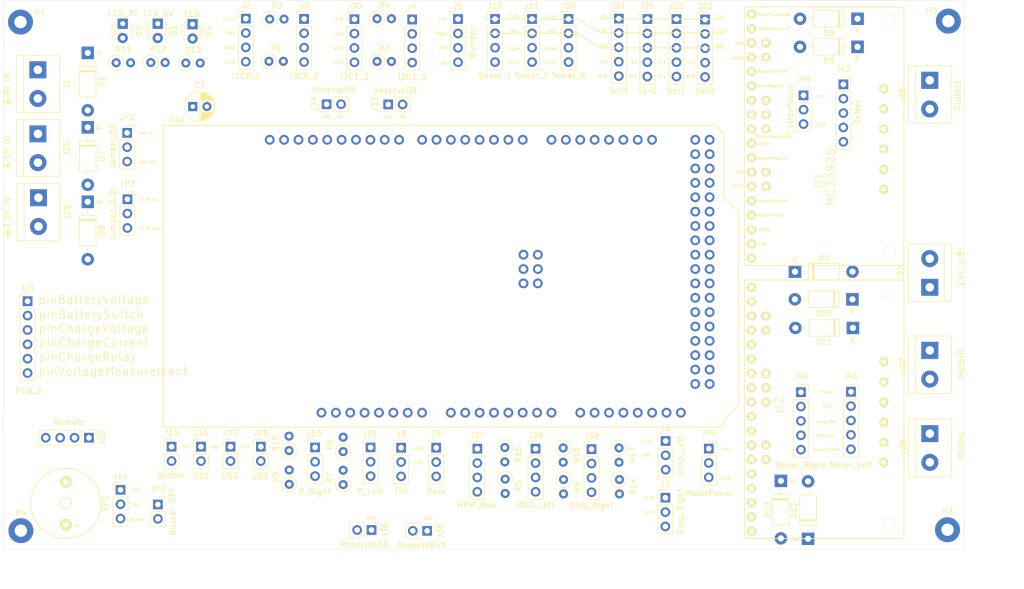
<source format=kicad_pcb>
(kicad_pcb (version 20171130) (host pcbnew "(5.1.9)-1")
  (layers (0 F.Cu signal) (31 B.Cu signal) (34 B.Paste user) (35 F.Paste user) (36 B.SilkS user) (37 F.SilkS user) (38 B.Mask user) (39 F.Mask user) (44 Edge.Cuts user))
  (net 0 "")
  (net 1 SCL1)
  (net 2 SDA1)
  (net 3 GND)
  (net 4 +9V)
  (net 5 pinMotorRightSense)
  (net 6 pinMotorRightFault)
  (net 7 IOREV)
  (net 8 pinMotorRightPWM)
  (net 9 pinMotorEnable)
  (net 10 pinMotorRightDir)
  (net 11 pinMotorLeftSense)
  (net 12 pinMotorLeftFault)
  (net 13 pinMotorLeftPWM)
  (net 14 pinMotorLeftDir)
  (net 15 pinMotorMowSense)
  (net 16 pinMotorMowFault)
  (net 17 pinMotorMowPWM)
  (net 18 pinMotorMowDir)
  (net 19 pinMotorMowEnable)
  (net 20 +24V)
  (net 21 pinDropLeft)
  (net 22 pinBumperLeft)
  (net 23 pinBumperRight)
  (net 24 pinDropRight)
  (net 25 pinBuzzer)
  (net 26 pinRemoteSwitch)
  (net 27 pinButton)
  (net 28 pinChargeRelay)
  (net 29 pinUserSwitch3)
  (net 30 pinUserSwitch2)
  (net 31 pinUserSwitch1)
  (net 32 pinRain)
  (net 33 pinSonarLeftEcho)
  (net 34 pinTilt)
  (net 35 pinSonarLeftTrigger)
  (net 36 pinSonarRightEcho)
  (net 37 pinSonarRightTrigger)
  (net 38 pinSonarCenterTrigger)
  (net 39 pinSonarCenterEcho)
  (net 40 pinChargeVoltage)
  (net 41 pinChargeCurrent)
  (net 42 pinVoltageMeasurement)
  (net 43 pinPerimeterLeft)
  (net 44 pinPerimeterRight)
  (net 45 pinBatteryVoltage)
  (net 46 pinRemoteSteer)
  (net 47 pinRemoteMow)
  (net 48 pinLED)
  (net 49 pinRemoteSpeed)
  (net 50 pinBatterySwitch)
  (net 51 SCL0)
  (net 52 SDA0)
  (net 53 "Net-(C1-Pad2)")
  (net 54 TX0)
  (net 55 RX0)
  (net 56 TX2)
  (net 57 RX2)
  (net 58 TX1)
  (net 59 RX1)
  (net 60 +5V)
  (net 61 +3V3)
  (net 62 "Net-(D1-Pad2)")
  (net 63 "Net-(D2-Pad2)")
  (net 64 "Net-(J13-Pad3)")
  (net 65 "Net-(D3-Pad2)")
  (net 66 "Net-(D4-Pad2)")
  (net 67 "Net-(D5-Pad2)")
  (net 68 "Net-(JP2-Pad2)")
  (net 69 "Net-(J26-Pad1)")
  (net 70 "Net-(J19-Pad3)")
  (net 71 "Net-(J27-Pad1)")
  (net 72 "Net-(J28-Pad1)")
  (net 73 "Net-(D7-Pad2)")
  (net 74 "Net-(D7-Pad1)")
  (net 75 "Net-(D8-Pad2)")
  (net 76 "Net-(D8-Pad1)")
  (net 77 DUE_5V)
  (net 78 DUE_3.3V)
  (net 79 RX3)
  (net 80 TX3)
  (net 81 pinReserveD49)
  (net 82 pinReserveA10)
  (net 83 pinReserveD9)
  (net 84 pinReserveD8)
  (net 85 "Net-(J26-Pad2)")
  (net 86 "Net-(J27-Pad2)")
  (net 87 "Net-(J28-Pad2)")
  (net 88 "Net-(D6-Pad2)")
  (net 89 "Net-(D9-Pad2)")
  (net 90 "Net-(D10-Pad2)")
  (net 91 "Net-(D11-Pad2)")
  (net 92 "Net-(D12-Pad2)")
  (net 93 "Net-(D13-Pad2)")
  (net 94 "Net-(J37-Pad1)")
  (net 95 "Net-(J38-Pad1)")
  (net 96 "Net-(J39-Pad1)")
  (net 97 pinMotorMowRpm)
  (net 98 pinOdometryRight)
  (net 99 pinOdometryLeft)
  (net 100 "Net-(J40-Pad1)")
  (net 101 "Net-(J42-Pad1)")
  (module Connector_PinSocket_2.54mm:PinSocket_1x03_P2.54mm_Vertical (layer F.Cu) (at 180.16 51.39)
    (fp_text reference JP5 (at 0 -2.77) (layer F.SilkS))
    (fp_text value CutterPower (at -2.39 2.47 -90) (layer F.SilkS))
    (pad 3 thru_hole oval (at 0 5.08) (size 1.7 1.7) (drill 1) (layers *.Cu *.Mask) (net 61 +3V3))
    (pad 2 thru_hole oval (at 0 2.54) (size 1.7 1.7) (drill 1) (layers *.Cu *.Mask) (net 101 "Net-(J42-Pad1)"))
    (pad 1 thru_hole rect (at 0 0) (size 1.7 1.7) (drill 1) (layers *.Cu *.Mask) (net 60 +5V))
  )
  (module Connector_PinSocket_2.54mm:PinSocket_1x03_P2.54mm_Vertical (layer F.Cu) (at 163.42 113.86)
    (fp_text reference JP4 (at 0 -2.77) (layer F.SilkS))
    (fp_text value MotorPower (at 0 7.85) (layer F.SilkS))
    (pad 3 thru_hole oval (at 0 5.08) (size 1.7 1.7) (drill 1) (layers *.Cu *.Mask) (net 61 +3V3))
    (pad 2 thru_hole oval (at 0 2.54) (size 1.7 1.7) (drill 1) (layers *.Cu *.Mask) (net 100 "Net-(J40-Pad1)"))
    (pad 1 thru_hole rect (at 0 0) (size 1.7 1.7) (drill 1) (layers *.Cu *.Mask) (net 60 +5V))
  )
  (module Connector_PinSocket_2.54mm:PinSocket_1x05_P2.54mm_Vertical (layer F.Cu) (at 187.2 49.45)
    (fp_text reference J42 (at 0 -2.77) (layer F.SilkS))
    (fp_text value Cutter (at 2.46 4.88 -90) (layer F.SilkS))
    (pad 5 thru_hole oval (at 0 10.16) (size 1.7 1.7) (drill 1) (layers *.Cu *.Mask) (net 19 pinMotorMowEnable))
    (pad 4 thru_hole oval (at 0 7.62) (size 1.7 1.7) (drill 1) (layers *.Cu *.Mask) (net 18 pinMotorMowDir))
    (pad 3 thru_hole oval (at 0 5.08) (size 1.7 1.7) (drill 1) (layers *.Cu *.Mask) (net 17 pinMotorMowPWM))
    (pad 2 thru_hole oval (at 0 2.54) (size 1.7 1.7) (drill 1) (layers *.Cu *.Mask) (net 3 GND))
    (pad 1 thru_hole rect (at 0 0) (size 1.7 1.7) (drill 1) (layers *.Cu *.Mask) (net 101 "Net-(J42-Pad1)"))
  )
  (module Connector_PinSocket_2.54mm:PinSocket_1x05_P2.54mm_Vertical (layer F.Cu) (at 188.54 103.81)
    (fp_text reference J41 (at 0 -2.77) (layer F.SilkS))
    (fp_text value Motor_Left (at 0 12.93) (layer F.SilkS))
    (pad 5 thru_hole oval (at 0 10.16) (size 1.7 1.7) (drill 1) (layers *.Cu *.Mask) (net 9 pinMotorEnable))
    (pad 4 thru_hole oval (at 0 7.62) (size 1.7 1.7) (drill 1) (layers *.Cu *.Mask) (net 14 pinMotorLeftDir))
    (pad 3 thru_hole oval (at 0 5.08) (size 1.7 1.7) (drill 1) (layers *.Cu *.Mask) (net 13 pinMotorLeftPWM))
    (pad 2 thru_hole oval (at 0 2.54) (size 1.7 1.7) (drill 1) (layers *.Cu *.Mask) (net 3 GND))
    (pad 1 thru_hole rect (at 0 0) (size 1.7 1.7) (drill 1) (layers *.Cu *.Mask) (net 100 "Net-(J40-Pad1)"))
  )
  (module Connector_PinSocket_2.54mm:PinSocket_1x05_P2.54mm_Vertical (layer F.Cu) (at 179.7 103.89)
    (fp_text reference J40 (at 0 -2.77) (layer F.SilkS))
    (fp_text value Motor_Right (at 0 12.93) (layer F.SilkS))
    (pad 5 thru_hole oval (at 0 10.16) (size 1.7 1.7) (drill 1) (layers *.Cu *.Mask) (net 9 pinMotorEnable))
    (pad 4 thru_hole oval (at 0 7.62) (size 1.7 1.7) (drill 1) (layers *.Cu *.Mask) (net 10 pinMotorRightDir))
    (pad 3 thru_hole oval (at 0 5.08) (size 1.7 1.7) (drill 1) (layers *.Cu *.Mask) (net 8 pinMotorRightPWM))
    (pad 2 thru_hole oval (at 0 2.54) (size 1.7 1.7) (drill 1) (layers *.Cu *.Mask) (net 3 GND))
    (pad 1 thru_hole rect (at 0 0) (size 1.7 1.7) (drill 1) (layers *.Cu *.Mask) (net 100 "Net-(J40-Pad1)"))
  )
  (module Resistor_THT:R_Axial_DIN0207_L6.3mm_D2.5mm_P2.54mm_Vertical (layer F.Cu) (at 147.56 113.74 270)
    (fp_text reference R17 (at 1.27 -2.37 90) (layer F.SilkS))
    (fp_text value 1,5KO)
    (pad 2 thru_hole oval (at 2.54 0 270) (size 1.6 1.6) (drill 0.8) (layers *.Cu *.Mask) (net 3 GND))
    (pad 1 thru_hole circle (at 0 0 270) (size 1.6 1.6) (drill 0.8) (layers *.Cu *.Mask) (net 96 "Net-(J39-Pad1)"))
  )
  (module Resistor_THT:R_Axial_DIN0207_L6.3mm_D2.5mm_P2.54mm_Vertical (layer F.Cu) (at 137.69 113.74 270)
    (fp_text reference R16 (at 1.27 -2.37 90) (layer F.SilkS))
    (fp_text value 1,5KO)
    (pad 2 thru_hole oval (at 2.54 0 270) (size 1.6 1.6) (drill 0.8) (layers *.Cu *.Mask) (net 3 GND))
    (pad 1 thru_hole circle (at 0 0 270) (size 1.6 1.6) (drill 0.8) (layers *.Cu *.Mask) (net 95 "Net-(J38-Pad1)"))
  )
  (module Resistor_THT:R_Axial_DIN0207_L6.3mm_D2.5mm_P2.54mm_Vertical (layer F.Cu) (at 127.38 113.67 270)
    (fp_text reference R15 (at 1.27 -2.37 90) (layer F.SilkS))
    (fp_text value 1,5KO)
    (pad 2 thru_hole oval (at 2.54 0 270) (size 1.6 1.6) (drill 0.8) (layers *.Cu *.Mask) (net 3 GND))
    (pad 1 thru_hole circle (at 0 0 270) (size 1.6 1.6) (drill 0.8) (layers *.Cu *.Mask) (net 94 "Net-(J37-Pad1)"))
  )
  (module Resistor_THT:R_Axial_DIN0207_L6.3mm_D2.5mm_P2.54mm_Vertical (layer F.Cu) (at 147.63 119.33 270)
    (fp_text reference R14 (at 1.27 -2.37 90) (layer F.SilkS))
    (fp_text value 1KO)
    (pad 2 thru_hole oval (at 2.54 0 270) (size 1.6 1.6) (drill 0.8) (layers *.Cu *.Mask) (net 99 pinOdometryLeft))
    (pad 1 thru_hole circle (at 0 0 270) (size 1.6 1.6) (drill 0.8) (layers *.Cu *.Mask) (net 96 "Net-(J39-Pad1)"))
  )
  (module Resistor_THT:R_Axial_DIN0207_L6.3mm_D2.5mm_P2.54mm_Vertical (layer F.Cu) (at 137.76 119.33 270)
    (fp_text reference R6 (at 1.27 -2.37 90) (layer F.SilkS))
    (fp_text value 1KO)
    (pad 2 thru_hole oval (at 2.54 0 270) (size 1.6 1.6) (drill 0.8) (layers *.Cu *.Mask) (net 98 pinOdometryRight))
    (pad 1 thru_hole circle (at 0 0 270) (size 1.6 1.6) (drill 0.8) (layers *.Cu *.Mask) (net 95 "Net-(J38-Pad1)"))
  )
  (module Resistor_THT:R_Axial_DIN0207_L6.3mm_D2.5mm_P2.54mm_Vertical (layer F.Cu) (at 127.45 119.26 270)
    (fp_text reference R5 (at 1.27 -2.37 90) (layer F.SilkS))
    (fp_text value 1KO)
    (pad 2 thru_hole oval (at 2.54 0 270) (size 1.6 1.6) (drill 0.8) (layers *.Cu *.Mask) (net 97 pinMotorMowRpm))
    (pad 1 thru_hole circle (at 0 0 270) (size 1.6 1.6) (drill 0.8) (layers *.Cu *.Mask) (net 94 "Net-(J37-Pad1)"))
  )
  (module Connector_PinHeader_2.54mm:PinHeader_1x04_P2.54mm_Vertical (layer F.Cu) (at 142.7 113.96)
    (fp_text reference J39 (at 0 -2.33) (layer F.SilkS))
    (fp_text value ODO_Right (at 0 9.95) (layer F.SilkS))
    (pad 4 thru_hole oval (at 0 7.62) (size 1.7 1.7) (drill 1) (layers *.Cu *.Mask) (net 61 +3V3))
    (pad 3 thru_hole oval (at 0 5.08) (size 1.7 1.7) (drill 1) (layers *.Cu *.Mask) (net 60 +5V))
    (pad 2 thru_hole oval (at 0 2.54) (size 1.7 1.7) (drill 1) (layers *.Cu *.Mask) (net 3 GND))
    (pad 1 thru_hole rect (at 0 0) (size 1.7 1.7) (drill 1) (layers *.Cu *.Mask) (net 96 "Net-(J39-Pad1)"))
  )
  (module Connector_PinHeader_2.54mm:PinHeader_1x04_P2.54mm_Vertical (layer F.Cu) (at 132.82 113.88)
    (fp_text reference J38 (at 0 -2.33) (layer F.SilkS))
    (fp_text value ODO_Left (at 0 9.95) (layer F.SilkS))
    (pad 4 thru_hole oval (at 0 7.62) (size 1.7 1.7) (drill 1) (layers *.Cu *.Mask) (net 61 +3V3))
    (pad 3 thru_hole oval (at 0 5.08) (size 1.7 1.7) (drill 1) (layers *.Cu *.Mask) (net 60 +5V))
    (pad 2 thru_hole oval (at 0 2.54) (size 1.7 1.7) (drill 1) (layers *.Cu *.Mask) (net 3 GND))
    (pad 1 thru_hole rect (at 0 0) (size 1.7 1.7) (drill 1) (layers *.Cu *.Mask) (net 95 "Net-(J38-Pad1)"))
  )
  (module Connector_PinHeader_2.54mm:PinHeader_1x04_P2.54mm_Vertical (layer F.Cu) (at 122.52 113.88)
    (fp_text reference J37 (at 0 -2.33) (layer F.SilkS))
    (fp_text value RPM_Mow (at 0 9.95) (layer F.SilkS))
    (pad 4 thru_hole oval (at 0 7.62) (size 1.7 1.7) (drill 1) (layers *.Cu *.Mask) (net 61 +3V3))
    (pad 3 thru_hole oval (at 0 5.08) (size 1.7 1.7) (drill 1) (layers *.Cu *.Mask) (net 60 +5V))
    (pad 2 thru_hole oval (at 0 2.54) (size 1.7 1.7) (drill 1) (layers *.Cu *.Mask) (net 3 GND))
    (pad 1 thru_hole rect (at 0 0) (size 1.7 1.7) (drill 1) (layers *.Cu *.Mask) (net 94 "Net-(J37-Pad1)"))
  )
  (module Diode_THT:D_DO-41_SOD81_P10.16mm_Horizontal (layer F.Cu) (at 176.16 119.57 270)
    (fp_text reference D13 (at 5.07 2.28 90) (layer F.SilkS))
    (fp_text value 1N4728A)
    (fp_text user K (at 0 -2.1 90) (layer F.SilkS))
    (pad 2 thru_hole oval (at 10.16 0 270) (size 2.2 2.2) (drill 1.1) (layers *.Cu *.Mask) (net 93 "Net-(D13-Pad2)"))
    (pad 1 thru_hole rect (at 0 0 270) (size 2.2 2.2) (drill 1.1) (layers *.Cu *.Mask) (net 12 pinMotorLeftFault))
  )
  (module Diode_THT:D_DO-41_SOD81_P10.16mm_Horizontal (layer F.Cu) (at 180.96 129.81 90)
    (fp_text reference D12 (at 5.08 -2.47 90) (layer F.SilkS))
    (fp_text value 1N4728A)
    (fp_text user K (at 0 -2.1 90) (layer F.SilkS))
    (pad 2 thru_hole oval (at 10.16 0 90) (size 2.2 2.2) (drill 1.1) (layers *.Cu *.Mask) (net 92 "Net-(D12-Pad2)"))
    (pad 1 thru_hole rect (at 0 0 90) (size 2.2 2.2) (drill 1.1) (layers *.Cu *.Mask) (net 11 pinMotorLeftSense))
  )
  (module Diode_THT:D_DO-41_SOD81_P10.16mm_Horizontal (layer F.Cu) (at 188.88 92.52 180)
    (fp_text reference D11 (at 5.08 -2.47) (layer F.SilkS))
    (fp_text value 1N4728A)
    (fp_text user K (at 0 -2.1) (layer F.SilkS))
    (pad 2 thru_hole oval (at 10.16 0 180) (size 2.2 2.2) (drill 1.1) (layers *.Cu *.Mask) (net 91 "Net-(D11-Pad2)"))
    (pad 1 thru_hole rect (at 0 0 180) (size 2.2 2.2) (drill 1.1) (layers *.Cu *.Mask) (net 6 pinMotorRightFault))
  )
  (module Diode_THT:D_DO-41_SOD81_P10.16mm_Horizontal (layer F.Cu) (at 188.8 87.46 180)
    (fp_text reference D10 (at 5.08 -2.47) (layer F.SilkS))
    (fp_text value 1N4728A)
    (fp_text user K (at 0 -2.1) (layer F.SilkS))
    (pad 2 thru_hole oval (at 10.16 0 180) (size 2.2 2.2) (drill 1.1) (layers *.Cu *.Mask) (net 90 "Net-(D10-Pad2)"))
    (pad 1 thru_hole rect (at 0 0 180) (size 2.2 2.2) (drill 1.1) (layers *.Cu *.Mask) (net 5 pinMotorRightSense))
  )
  (module Diode_THT:D_DO-41_SOD81_P10.16mm_Horizontal (layer F.Cu) (at 189.7 42.82 180)
    (fp_text reference D9 (at 5.08 -2.47) (layer F.SilkS))
    (fp_text value 1N4728A)
    (fp_text user K (at 0 -2.1) (layer F.SilkS))
    (pad 2 thru_hole oval (at 10.16 0 180) (size 2.2 2.2) (drill 1.1) (layers *.Cu *.Mask) (net 89 "Net-(D9-Pad2)"))
    (pad 1 thru_hole rect (at 0 0 180) (size 2.2 2.2) (drill 1.1) (layers *.Cu *.Mask) (net 16 pinMotorMowFault))
  )
  (module Diode_THT:D_DO-41_SOD81_P10.16mm_Horizontal (layer F.Cu) (at 189.7 37.85 180)
    (fp_text reference D6 (at 5.08 -2.47) (layer F.SilkS))
    (fp_text value 1N4728A)
    (fp_text user K (at 0 -2.1) (layer F.SilkS))
    (pad 2 thru_hole oval (at 10.16 0 180) (size 2.2 2.2) (drill 1.1) (layers *.Cu *.Mask) (net 88 "Net-(D6-Pad2)"))
    (pad 1 thru_hole rect (at 0 0 180) (size 2.2 2.2) (drill 1.1) (layers *.Cu *.Mask) (net 15 pinMotorMowSense))
  )
  (module Connector_PinHeader_2.54mm:PinHeader_1x02_P2.54mm_Vertical (layer F.Cu) (at 103.83 128.25 270)
    (fp_text reference J36 (at 0 -2.33 90) (layer F.SilkS))
    (fp_text value ReserveA10 (at 2.53 1.23) (layer F.SilkS))
    (pad 2 thru_hole oval (at 0 2.54 270) (size 1.7 1.7) (drill 1) (layers *.Cu *.Mask) (net 82 pinReserveA10))
    (pad 1 thru_hole rect (at 0 0 270) (size 1.7 1.7) (drill 1) (layers *.Cu *.Mask) (net 3 GND))
  )
  (module Connector_PinHeader_2.54mm:PinHeader_1x02_P2.54mm_Vertical (layer F.Cu) (at 113.66 128.4 270)
    (fp_text reference J35 (at 0 -2.33 90) (layer F.SilkS))
    (fp_text value ReserveD49 (at 2.52 0.95 180) (layer F.SilkS))
    (pad 1 thru_hole rect (at 0 0 270) (size 1.7 1.7) (drill 1) (layers *.Cu *.Mask) (net 3 GND))
    (pad 2 thru_hole oval (at 0 2.54 270) (size 1.7 1.7) (drill 1) (layers *.Cu *.Mask) (net 81 pinReserveD49))
  )
  (module Connector_PinHeader_2.54mm:PinHeader_1x02_P2.54mm_Vertical (layer F.Cu) (at 95.9 52.96 90)
    (fp_text reference J34 (at 0 -2.33 90) (layer F.SilkS))
    (fp_text value ReserveD9 (at 2.54 1.22 180) (layer F.SilkS))
    (pad 2 thru_hole oval (at 0 2.54 90) (size 1.7 1.7) (drill 1) (layers *.Cu *.Mask) (net 83 pinReserveD9))
    (pad 1 thru_hole rect (at 0 0 90) (size 1.7 1.7) (drill 1) (layers *.Cu *.Mask) (net 3 GND))
  )
  (module Connector_PinHeader_2.54mm:PinHeader_1x02_P2.54mm_Vertical (layer F.Cu) (at 106.78 53 90)
    (fp_text reference J33 (at 0 -2.33 90) (layer F.SilkS))
    (fp_text value ReserveD8 (at 2.49 1.23 180) (layer F.SilkS))
    (pad 2 thru_hole oval (at 0 2.54 90) (size 1.7 1.7) (drill 1) (layers *.Cu *.Mask) (net 84 pinReserveD8))
    (pad 1 thru_hole rect (at 0 0 90) (size 1.7 1.7) (drill 1) (layers *.Cu *.Mask) (net 3 GND))
  )
  (module TerminalBlock:TerminalBlock_bornier-2_P5.08mm (layer F.Cu) (at 202.48 111.21 270)
    (fp_text reference J28 (at 2.32 4.7 90) (layer F.SilkS))
    (fp_text value MotorL (at 2.14 -5.46 90) (layer F.SilkS))
    (pad 2 thru_hole circle (at 5.08 0 270) (size 3 3) (drill 1.52) (layers *.Cu *.Mask) (net 87 "Net-(J28-Pad2)"))
    (pad 1 thru_hole rect (at 0 0 270) (size 3 3) (drill 1.52) (layers *.Cu *.Mask) (net 72 "Net-(J28-Pad1)"))
  )
  (module TerminalBlock:TerminalBlock_bornier-2_P5.08mm (layer F.Cu) (at 202.47 96.49 270)
    (fp_text reference J27 (at 2.59 4.77 90) (layer F.SilkS))
    (fp_text value MotorR (at 2.43 -5.52 90) (layer F.SilkS))
    (pad 2 thru_hole circle (at 5.08 0 270) (size 3 3) (drill 1.52) (layers *.Cu *.Mask) (net 86 "Net-(J27-Pad2)"))
    (pad 1 thru_hole rect (at 0 0 270) (size 3 3) (drill 1.52) (layers *.Cu *.Mask) (net 71 "Net-(J27-Pad1)"))
  )
  (module TerminalBlock:TerminalBlock_bornier-2_P5.08mm (layer F.Cu) (at 202.46 48.73 270)
    (fp_text reference J26 (at 2.52 4.8 90) (layer F.SilkS))
    (fp_text value Cutter1 (at 2.56 -4.89 90) (layer F.SilkS))
    (pad 2 thru_hole circle (at 5.08 0 270) (size 3 3) (drill 1.52) (layers *.Cu *.Mask) (net 85 "Net-(J26-Pad2)"))
    (pad 1 thru_hole rect (at 0 0 270) (size 3 3) (drill 1.52) (layers *.Cu *.Mask) (net 69 "Net-(J26-Pad1)"))
  )
  (module TerminalBlock:TerminalBlock_bornier-2_P5.08mm (layer F.Cu) (at 202.46 85.34 90)
    (fp_text reference J32 (at 2.54 -5.08 90) (layer F.SilkS))
    (fp_text value "24V In" (at 2.61 5.48 90) (layer F.SilkS))
    (pad 2 thru_hole circle (at 5.08 0 90) (size 3 3) (drill 1.52) (layers *.Cu *.Mask) (net 67 "Net-(D5-Pad2)"))
    (pad 1 thru_hole rect (at 0 0 90) (size 3 3) (drill 1.52) (layers *.Cu *.Mask) (net 3 GND))
  )
  (module Diode_THT:D_DO-41_SOD81_P10.16mm_Horizontal (layer F.Cu) (at 178.65 82.57)
    (fp_text reference D5 (at 5.08 -2.47) (layer F.SilkS))
    (fp_text value 1N4728A)
    (fp_text user K (at 0 -2.1) (layer F.SilkS))
    (pad 2 thru_hole oval (at 10.16 0) (size 2.2 2.2) (drill 1.1) (layers *.Cu *.Mask) (net 67 "Net-(D5-Pad2)"))
    (pad 1 thru_hole rect (at 0 0) (size 2.2 2.2) (drill 1.1) (layers *.Cu *.Mask) (net 20 +24V))
  )
  (module Connector_PinHeader_2.54mm:PinHeader_1x05_P2.54mm_Vertical (layer F.Cu) (at 147.52 37.83)
    (fp_text reference J31 (at 0 -2.33) (layer F.SilkS))
    (fp_text value Ser3 (at -0.03 12.65) (layer F.SilkS))
    (pad 5 thru_hole oval (at 0 10.16) (size 1.7 1.7) (drill 1) (layers *.Cu *.Mask) (net 79 RX3))
    (pad 4 thru_hole oval (at 0 7.62) (size 1.7 1.7) (drill 1) (layers *.Cu *.Mask) (net 80 TX3))
    (pad 3 thru_hole oval (at 0 5.08) (size 1.7 1.7) (drill 1) (layers *.Cu *.Mask) (net 3 GND))
    (pad 2 thru_hole oval (at 0 2.54) (size 1.7 1.7) (drill 1) (layers *.Cu *.Mask) (net 61 +3V3))
    (pad 1 thru_hole rect (at 0 0) (size 1.7 1.7) (drill 1) (layers *.Cu *.Mask) (net 60 +5V))
  )
  (module Connector_PinHeader_2.54mm:PinHeader_1x05_P2.54mm_Vertical (layer F.Cu) (at 152.57 37.91)
    (fp_text reference J24 (at 0 -2.35) (layer F.SilkS))
    (fp_text value Ser2 (at -0.02 12.68) (layer F.SilkS))
    (pad 5 thru_hole oval (at 0 10.16) (size 1.7 1.7) (drill 1) (layers *.Cu *.Mask) (net 57 RX2))
    (pad 4 thru_hole oval (at 0 7.62) (size 1.7 1.7) (drill 1) (layers *.Cu *.Mask) (net 56 TX2))
    (pad 3 thru_hole oval (at 0 5.08) (size 1.7 1.7) (drill 1) (layers *.Cu *.Mask) (net 3 GND))
    (pad 2 thru_hole oval (at 0 2.54) (size 1.7 1.7) (drill 1) (layers *.Cu *.Mask) (net 61 +3V3))
    (pad 1 thru_hole rect (at 0 0) (size 1.7 1.7) (drill 1) (layers *.Cu *.Mask) (net 60 +5V))
  )
  (module Connector_PinHeader_2.54mm:PinHeader_1x05_P2.54mm_Vertical (layer F.Cu) (at 157.71 37.91)
    (fp_text reference J23 (at 0 -2.33) (layer F.SilkS))
    (fp_text value Ser1 (at -0.02 12.65) (layer F.SilkS))
    (pad 5 thru_hole oval (at 0 10.16) (size 1.7 1.7) (drill 1) (layers *.Cu *.Mask) (net 59 RX1))
    (pad 4 thru_hole oval (at 0 7.62) (size 1.7 1.7) (drill 1) (layers *.Cu *.Mask) (net 58 TX1))
    (pad 3 thru_hole oval (at 0 5.08) (size 1.7 1.7) (drill 1) (layers *.Cu *.Mask) (net 3 GND))
    (pad 2 thru_hole oval (at 0 2.54) (size 1.7 1.7) (drill 1) (layers *.Cu *.Mask) (net 61 +3V3))
    (pad 1 thru_hole rect (at 0 0) (size 1.7 1.7) (drill 1) (layers *.Cu *.Mask) (net 60 +5V))
  )
  (module Connector_PinHeader_2.54mm:PinHeader_1x05_P2.54mm_Vertical (layer F.Cu) (at 162.77 37.99)
    (fp_text reference J22 (at 0 -2.33) (layer F.SilkS))
    (fp_text value Ser0 (at -0.04 12.65) (layer F.SilkS))
    (pad 5 thru_hole oval (at 0 10.16) (size 1.7 1.7) (drill 1) (layers *.Cu *.Mask) (net 55 RX0))
    (pad 4 thru_hole oval (at 0 7.62) (size 1.7 1.7) (drill 1) (layers *.Cu *.Mask) (net 54 TX0))
    (pad 3 thru_hole oval (at 0 5.08) (size 1.7 1.7) (drill 1) (layers *.Cu *.Mask) (net 3 GND))
    (pad 2 thru_hole oval (at 0 2.54) (size 1.7 1.7) (drill 1) (layers *.Cu *.Mask) (net 61 +3V3))
    (pad 1 thru_hole rect (at 0 0) (size 1.7 1.7) (drill 1) (layers *.Cu *.Mask) (net 60 +5V))
  )
  (module Connector_PinHeader_2.54mm:PinHeader_1x02_P2.54mm_Vertical (layer F.Cu) (at 84.27 113.52)
    (fp_text reference J18 (at -0.02 -2.46) (layer F.SilkS))
    (fp_text value US3 (at -0.19 5.3) (layer F.SilkS))
    (pad 2 thru_hole oval (at 0 2.54) (size 1.7 1.7) (drill 1) (layers *.Cu *.Mask) (net 29 pinUserSwitch3))
    (pad 1 thru_hole rect (at 0 0) (size 1.7 1.7) (drill 1) (layers *.Cu *.Mask) (net 3 GND))
  )
  (module Connector_PinHeader_2.54mm:PinHeader_1x02_P2.54mm_Vertical (layer F.Cu) (at 78.91 113.52)
    (fp_text reference J17 (at 0.14 -2.49) (layer F.SilkS))
    (fp_text value US2 (at -0.04 5.16) (layer F.SilkS))
    (pad 2 thru_hole oval (at 0 2.54) (size 1.7 1.7) (drill 1) (layers *.Cu *.Mask) (net 30 pinUserSwitch2))
    (pad 1 thru_hole rect (at 0 0) (size 1.7 1.7) (drill 1) (layers *.Cu *.Mask) (net 3 GND))
  )
  (module Connector_PinHeader_2.54mm:PinHeader_1x02_P2.54mm_Vertical (layer F.Cu) (at 73.7 113.52)
    (fp_text reference J16 (at 0.06 -2.46) (layer F.SilkS))
    (fp_text value US1 (at 0.02 5.21) (layer F.SilkS))
    (pad 2 thru_hole oval (at 0 2.54) (size 1.7 1.7) (drill 1) (layers *.Cu *.Mask) (net 31 pinUserSwitch1))
    (pad 1 thru_hole rect (at 0 0) (size 1.7 1.7) (drill 1) (layers *.Cu *.Mask) (net 3 GND))
  )
  (module Connector_PinHeader_2.54mm:PinHeader_1x02_P2.54mm_Vertical (layer F.Cu) (at 68.5 113.52)
    (fp_text reference J15 (at -0.03 -2.51) (layer F.SilkS))
    (fp_text value Button (at -0.14 5.05) (layer F.SilkS))
    (pad 2 thru_hole oval (at 0 2.54) (size 1.7 1.7) (drill 1) (layers *.Cu *.Mask) (net 27 pinButton))
    (pad 1 thru_hole rect (at 0 0) (size 1.7 1.7) (drill 1) (layers *.Cu *.Mask) (net 3 GND))
  )
  (module MountingHole:MountingHole_2.2mm_M2_Pad_TopBottom (layer F.Cu) (at 41.88 128.37)
    (fp_text reference H4 (at 0 -3.2) (layer F.SilkS))
    (fp_text value MountingHole_Pad)
    (pad 1 connect circle (at 0 0) (size 4.4 4.4) (layers B.Cu B.Mask) (net 3 GND))
    (pad 1 connect circle (at 0 0) (size 4.4 4.4) (layers F.Cu F.Mask) (net 3 GND))
    (pad 1 thru_hole circle (at 0 0) (size 2.6 2.6) (drill 2.2) (layers *.Cu *.Mask) (net 3 GND))
  )
  (module MountingHole:MountingHole_2.2mm_M2_Pad_TopBottom (layer F.Cu) (at 205.6 128.21)
    (fp_text reference H3 (at 0 -3.2) (layer F.SilkS))
    (fp_text value MountingHole_Pad)
    (pad 1 connect circle (at 0 0) (size 4.4 4.4) (layers B.Cu B.Mask) (net 3 GND))
    (pad 1 connect circle (at 0 0) (size 4.4 4.4) (layers F.Cu F.Mask) (net 3 GND))
    (pad 1 thru_hole circle (at 0 0) (size 2.6 2.6) (drill 2.2) (layers *.Cu *.Mask) (net 3 GND))
  )
  (module MountingHole:MountingHole_2.2mm_M2_Pad_TopBottom (layer F.Cu) (at 205.75 38.27)
    (fp_text reference H2 (at -3 -1.78) (layer F.SilkS))
    (fp_text value MountingHole_Pad)
    (pad 1 connect circle (at 0 0) (size 4.4 4.4) (layers B.Cu B.Mask) (net 3 GND))
    (pad 1 connect circle (at 0 0) (size 4.4 4.4) (layers F.Cu F.Mask) (net 3 GND))
    (pad 1 thru_hole circle (at 0 0) (size 2.6 2.6) (drill 2.2) (layers *.Cu *.Mask) (net 3 GND))
  )
  (module MountingHole:MountingHole_2.2mm_M2_Pad_TopBottom (layer F.Cu) (at 41.81 38.44)
    (fp_text reference H1 (at 3.4 -1.78) (layer F.SilkS))
    (fp_text value MountingHole_Pad)
    (pad 1 connect circle (at 0 0) (size 4.4 4.4) (layers B.Cu B.Mask) (net 3 GND))
    (pad 1 connect circle (at 0 0) (size 4.4 4.4) (layers F.Cu F.Mask) (net 3 GND))
    (pad 1 thru_hole circle (at 0 0) (size 2.6 2.6) (drill 2.2) (layers *.Cu *.Mask) (net 3 GND))
  )
  (module Connector_PinHeader_2.54mm:PinHeader_1x03_P2.54mm_Vertical (layer F.Cu) (at 59.48 121.15)
    (fp_text reference J14 (at 0 -2.33) (layer F.SilkS))
    (fp_text value Buzzer)
    (pad 3 thru_hole oval (at 0 5.08) (size 1.7 1.7) (drill 1) (layers *.Cu *.Mask) (net 25 pinBuzzer))
    (pad 2 thru_hole oval (at 0 2.54) (size 1.7 1.7) (drill 1) (layers *.Cu *.Mask) (net 3 GND))
    (pad 1 thru_hole rect (at 0 0) (size 1.7 1.7) (drill 1) (layers *.Cu *.Mask) (net 60 +5V))
  )
  (module Zimprich:MC_33926_31polig_mit_Bohrloch_neue_Masse (layer F.Cu) (at 208.82 133.58 90)
    (fp_text reference U2 (at 27.41 -33 90) (layer F.SilkS) (effects (font (size 1.5 1.5))))
    (fp_text value MC33926 hide)
    (pad ~ thru_hole circle (at 47.0535 -13.3985 90) (size 2 2) (drill 2) (layers *.Cu *.Mask F.SilkS))
    (pad ~ thru_hole circle (at 6.2865 -13.3985 90) (size 2 2) (drill 2) (layers *.Cu *.Mask F.SilkS))
    (pad 31 thru_hole circle (at 43.18 -35.306 90) (size 1.524 1.524) (drill 0.762) (layers *.Cu *.Mask F.SilkS))
    (pad 30 thru_hole circle (at 40.64 -35.306 90) (size 1.524 1.524) (drill 0.762) (layers *.Cu *.Mask F.SilkS))
    (pad 29 thru_hole circle (at 33.02 -35.306 90) (size 1.524 1.524) (drill 0.762) (layers *.Cu *.Mask F.SilkS))
    (pad 28 thru_hole circle (at 30.48 -35.306 90) (size 1.524 1.524) (drill 0.762) (layers *.Cu *.Mask F.SilkS))
    (pad 27 thru_hole circle (at 27.94 -35.306 90) (size 1.524 1.524) (drill 0.762) (layers *.Cu *.Mask F.SilkS))
    (pad 26 thru_hole circle (at 20.32 -35.306 90) (size 1.524 1.524) (drill 0.762) (layers *.Cu *.Mask F.SilkS))
    (pad 25 thru_hole circle (at 17.78 -35.306 90) (size 1.524 1.524) (drill 0.762) (layers *.Cu *.Mask F.SilkS))
    (pad 24 thru_hole circle (at 35.052 -14.478 90) (size 1.524 1.524) (drill 0.762) (layers *.Cu *.Mask F.SilkS) (net 71 "Net-(J27-Pad1)"))
    (pad 23 thru_hole circle (at 31.496 -14.478 90) (size 1.524 1.524) (drill 0.762) (layers *.Cu *.Mask F.SilkS) (net 86 "Net-(J27-Pad2)"))
    (pad 22 thru_hole circle (at 27.94 -14.478 90) (size 1.524 1.524) (drill 0.762) (layers *.Cu *.Mask F.SilkS) (net 20 +24V))
    (pad 21 thru_hole circle (at 24.384 -14.478 90) (size 1.524 1.524) (drill 0.762) (layers *.Cu *.Mask F.SilkS) (net 3 GND))
    (pad 20 thru_hole circle (at 20.828 -14.478 90) (size 1.524 1.524) (drill 0.762) (layers *.Cu *.Mask F.SilkS) (net 72 "Net-(J28-Pad1)"))
    (pad 19 thru_hole circle (at 17.272 -14.478 90) (size 1.524 1.524) (drill 0.762) (layers *.Cu *.Mask F.SilkS) (net 87 "Net-(J28-Pad2)"))
    (pad 18 thru_hole circle (at 48.26 -37.846 90) (size 1.524 1.524) (drill 0.762) (layers *.Cu *.Mask F.SilkS) (net 90 "Net-(D10-Pad2)"))
    (pad 17 thru_hole circle (at 45.72 -37.846 90) (size 1.524 1.524) (drill 0.762) (layers *.Cu *.Mask F.SilkS) (net 91 "Net-(D11-Pad2)"))
    (pad 16 thru_hole circle (at 43.18 -37.846 90) (size 1.524 1.524) (drill 0.762) (layers *.Cu *.Mask F.SilkS) (net 3 GND))
    (pad 15 thru_hole circle (at 40.64 -37.846 90) (size 1.524 1.524) (drill 0.762) (layers *.Cu *.Mask F.SilkS) (net 7 IOREV))
    (pad 14 thru_hole circle (at 38.1 -37.846 90) (size 1.524 1.524) (drill 0.762) (layers *.Cu *.Mask F.SilkS) (net 8 pinMotorRightPWM))
    (pad 13 thru_hole circle (at 35.56 -37.846 90) (size 1.524 1.524) (drill 0.762) (layers *.Cu *.Mask F.SilkS) (net 10 pinMotorRightDir))
    (pad 12 thru_hole circle (at 33.02 -37.846 90) (size 1.524 1.524) (drill 0.762) (layers *.Cu *.Mask F.SilkS))
    (pad 11 thru_hole circle (at 30.48 -37.846 90) (size 1.524 1.524) (drill 0.762) (layers *.Cu *.Mask F.SilkS))
    (pad 10 thru_hole circle (at 27.94 -37.846 90) (size 1.524 1.524) (drill 0.762) (layers *.Cu *.Mask F.SilkS) (net 9 pinMotorEnable))
    (pad 9 thru_hole circle (at 25.4 -37.846 90) (size 1.524 1.524) (drill 0.762) (layers *.Cu *.Mask F.SilkS) (net 92 "Net-(D12-Pad2)"))
    (pad 8 thru_hole circle (at 22.86 -37.846 90) (size 1.524 1.524) (drill 0.762) (layers *.Cu *.Mask F.SilkS) (net 93 "Net-(D13-Pad2)"))
    (pad 7 thru_hole circle (at 20.32 -37.846 90) (size 1.524 1.524) (drill 0.762) (layers *.Cu *.Mask F.SilkS) (net 3 GND))
    (pad 6 thru_hole circle (at 17.78 -37.846 90) (size 1.524 1.524) (drill 0.762) (layers *.Cu *.Mask F.SilkS) (net 7 IOREV))
    (pad 5 thru_hole circle (at 15.24 -37.846 90) (size 1.524 1.524) (drill 0.762) (layers *.Cu *.Mask F.SilkS) (net 13 pinMotorLeftPWM))
    (pad 4 thru_hole circle (at 12.7 -37.846 90) (size 1.524 1.524) (drill 0.762) (layers *.Cu *.Mask F.SilkS) (net 14 pinMotorLeftDir))
    (pad 3 thru_hole circle (at 10.16 -37.846 90) (size 1.524 1.524) (drill 0.762) (layers *.Cu *.Mask F.SilkS) (net 7 IOREV))
    (pad 2 thru_hole circle (at 7.62 -37.846 90) (size 1.524 1.524) (drill 0.762) (layers *.Cu *.Mask F.SilkS) (net 3 GND))
    (pad 1 thru_hole circle (at 5.08 -37.846 90) (size 1.524 1.524) (drill 0.762) (layers *.Cu *.Mask F.SilkS))
  )
  (module Resistor_THT:R_Axial_DIN0207_L6.3mm_D2.5mm_P2.54mm_Vertical (layer F.Cu) (at 104.81 37.84)
    (fp_text reference R4 (at 1.27 -2.37) (layer F.SilkS))
    (fp_text value XXX)
    (pad 2 thru_hole oval (at 2.54 0) (size 1.6 1.6) (drill 0.8) (layers *.Cu *.Mask) (net 61 +3V3))
    (pad 1 thru_hole circle (at 0 0) (size 1.6 1.6) (drill 0.8) (layers *.Cu *.Mask) (net 2 SDA1))
  )
  (module Resistor_THT:R_Axial_DIN0207_L6.3mm_D2.5mm_P2.54mm_Vertical (layer F.Cu) (at 85.84 37.91)
    (fp_text reference R3 (at 1.27 -2.37) (layer F.SilkS))
    (fp_text value XXX)
    (pad 2 thru_hole oval (at 2.54 0) (size 1.6 1.6) (drill 0.8) (layers *.Cu *.Mask) (net 61 +3V3))
    (pad 1 thru_hole circle (at 0 0) (size 1.6 1.6) (drill 0.8) (layers *.Cu *.Mask) (net 52 SDA0))
  )
  (module Resistor_THT:R_Axial_DIN0207_L6.3mm_D2.5mm_P2.54mm_Vertical (layer F.Cu) (at 104.81 45.4)
    (fp_text reference R2 (at 1.27 -2.37) (layer F.SilkS))
    (fp_text value XXX)
    (pad 2 thru_hole oval (at 2.54 0) (size 1.6 1.6) (drill 0.8) (layers *.Cu *.Mask) (net 61 +3V3))
    (pad 1 thru_hole circle (at 0 0) (size 1.6 1.6) (drill 0.8) (layers *.Cu *.Mask) (net 1 SCL1))
  )
  (module Resistor_THT:R_Axial_DIN0207_L6.3mm_D2.5mm_P2.54mm_Vertical (layer F.Cu) (at 85.71 45.37)
    (fp_text reference R1 (at 1.27 -2.37) (layer F.SilkS))
    (fp_text value XXX)
    (pad 2 thru_hole oval (at 2.54 0) (size 1.6 1.6) (drill 0.8) (layers *.Cu *.Mask) (net 61 +3V3))
    (pad 1 thru_hole circle (at 0 0) (size 1.6 1.6) (drill 0.8) (layers *.Cu *.Mask) (net 51 SCL0))
  )
  (module Connector_PinSocket_2.54mm:PinSocket_1x03_P2.54mm_Vertical (layer F.Cu) (at 60.7 69.76)
    (fp_text reference JP3 (at 0 -2.77) (layer F.SilkS))
    (fp_text value Jumper_3.3V (at -2.61 2.54 90) (layer F.SilkS))
    (pad 3 thru_hole oval (at 0 5.08) (size 1.7 1.7) (drill 1) (layers *.Cu *.Mask) (net 78 DUE_3.3V))
    (pad 2 thru_hole oval (at 0 2.54) (size 1.7 1.7) (drill 1) (layers *.Cu *.Mask) (net 61 +3V3))
    (pad 1 thru_hole rect (at 0 0) (size 1.7 1.7) (drill 1) (layers *.Cu *.Mask) (net 76 "Net-(D8-Pad1)"))
  )
  (module Connector_PinSocket_2.54mm:PinSocket_1x02_P2.54mm_Vertical (layer F.Cu) (at 66.08 123.74)
    (fp_text reference JP2 (at 0 -2.77) (layer F.SilkS))
    (fp_text value "Buzzer OFF" (at 2.58 1.21 90) (layer F.SilkS))
    (pad 2 thru_hole oval (at 0 2.54) (size 1.7 1.7) (drill 1) (layers *.Cu *.Mask) (net 68 "Net-(JP2-Pad2)"))
    (pad 1 thru_hole rect (at 0 0) (size 1.7 1.7) (drill 1) (layers *.Cu *.Mask) (net 25 pinBuzzer))
  )
  (module Connector_PinSocket_2.54mm:PinSocket_1x03_P2.54mm_Vertical (layer F.Cu) (at 60.66 58.02)
    (fp_text reference JP1 (at 0 -2.77) (layer F.SilkS))
    (fp_text value Jumper_5V (at -2.59 2.37 90) (layer F.SilkS))
    (pad 3 thru_hole oval (at 0 5.08) (size 1.7 1.7) (drill 1) (layers *.Cu *.Mask) (net 77 DUE_5V))
    (pad 2 thru_hole oval (at 0 2.54) (size 1.7 1.7) (drill 1) (layers *.Cu *.Mask) (net 60 +5V))
    (pad 1 thru_hole rect (at 0 0) (size 1.7 1.7) (drill 1) (layers *.Cu *.Mask) (net 74 "Net-(D7-Pad1)"))
  )
  (module Connector_PinHeader_2.54mm:PinHeader_1x04_P2.54mm_Vertical (layer F.Cu) (at 100.81 37.93)
    (fp_text reference J30 (at 0 -2.33) (layer F.SilkS))
    (fp_text value I2C1_2 (at 0.01 10.15) (layer F.SilkS))
    (pad 4 thru_hole oval (at 0 7.62) (size 1.7 1.7) (drill 1) (layers *.Cu *.Mask) (net 1 SCL1))
    (pad 3 thru_hole oval (at 0 5.08) (size 1.7 1.7) (drill 1) (layers *.Cu *.Mask) (net 2 SDA1))
    (pad 2 thru_hole oval (at 0 2.54) (size 1.7 1.7) (drill 1) (layers *.Cu *.Mask) (net 3 GND))
    (pad 1 thru_hole rect (at 0 0) (size 1.7 1.7) (drill 1) (layers *.Cu *.Mask) (net 61 +3V3))
  )
  (module TerminalBlock:TerminalBlock_bornier-2_P5.08mm (layer F.Cu) (at 44.99 69.5 270)
    (fp_text reference J29 (at 2.54 -5.08 90) (layer F.SilkS))
    (fp_text value "3.3V IN" (at 2.66 5.52 90) (layer F.SilkS))
    (pad 2 thru_hole circle (at 5.08 0 270) (size 3 3) (drill 1.52) (layers *.Cu *.Mask) (net 75 "Net-(D8-Pad2)"))
    (pad 1 thru_hole rect (at 0 0 270) (size 3 3) (drill 1.52) (layers *.Cu *.Mask) (net 3 GND))
  )
  (module TerminalBlock:TerminalBlock_bornier-2_P5.08mm (layer F.Cu) (at 44.89 58.21 270)
    (fp_text reference J25 (at 2.54 -5.08 90) (layer F.SilkS))
    (fp_text value "5V IN" (at 2.38 5.39 90) (layer F.SilkS))
    (pad 2 thru_hole circle (at 5.08 0 270) (size 3 3) (drill 1.52) (layers *.Cu *.Mask) (net 73 "Net-(D7-Pad2)"))
    (pad 1 thru_hole rect (at 0 0 270) (size 3 3) (drill 1.52) (layers *.Cu *.Mask) (net 3 GND))
  )
  (module Diode_THT:D_DO-41_SOD81_P10.16mm_Horizontal (layer F.Cu) (at 53.69 70.22 270)
    (fp_text reference D8 (at 5.08 -2.47 90) (layer F.SilkS))
    (fp_text value 1N5819)
    (fp_text user K (at 0 -2.1 90) (layer F.SilkS))
    (pad 2 thru_hole oval (at 10.16 0 270) (size 2.2 2.2) (drill 1.1) (layers *.Cu *.Mask) (net 75 "Net-(D8-Pad2)"))
    (pad 1 thru_hole rect (at 0 0 270) (size 2.2 2.2) (drill 1.1) (layers *.Cu *.Mask) (net 76 "Net-(D8-Pad1)"))
  )
  (module Diode_THT:D_DO-41_SOD81_P10.16mm_Horizontal (layer F.Cu) (at 53.69 57.05 270)
    (fp_text reference D7 (at 5.08 -2.47 90) (layer F.SilkS))
    (fp_text value 1N5819)
    (fp_text user K (at 0 -2.1 90) (layer F.SilkS))
    (pad 2 thru_hole oval (at 10.16 0 270) (size 2.2 2.2) (drill 1.1) (layers *.Cu *.Mask) (net 73 "Net-(D7-Pad2)"))
    (pad 1 thru_hole rect (at 0 0 270) (size 2.2 2.2) (drill 1.1) (layers *.Cu *.Mask) (net 74 "Net-(D7-Pad1)"))
  )
  (module Connector_PinHeader_2.54mm:PinHeader_1x03_P2.54mm_Vertical (layer F.Cu) (at 103.67 113.65)
    (fp_text reference J19 (at -0.17 -2.42) (layer F.SilkS))
    (fp_text value P_Left (at -0.11 7.8) (layer F.SilkS))
    (pad 3 thru_hole oval (at 0 5.08) (size 1.7 1.7) (drill 1) (layers *.Cu *.Mask) (net 70 "Net-(J19-Pad3)"))
    (pad 2 thru_hole oval (at 0 2.54) (size 1.7 1.7) (drill 1) (layers *.Cu *.Mask) (net 3 GND))
    (pad 1 thru_hole rect (at 0 0) (size 1.7 1.7) (drill 1) (layers *.Cu *.Mask) (net 60 +5V))
  )
  (module Zimprich:MC_33926_31polig_mit_Bohrloch_neue_Masse (layer F.Cu) (at 208.82 85.29 90)
    (fp_text reference U1 (at 18.84 -26.07 90) (layer F.SilkS) (effects (font (size 1.5 1.5))))
    (fp_text value MC33926 (at 19.431 -23.876 90) (layer F.SilkS) (effects (font (size 1.5 1.5))))
    (pad ~ thru_hole circle (at 47.0535 -13.3985 90) (size 2 2) (drill 2) (layers *.Cu *.Mask F.SilkS))
    (pad ~ thru_hole circle (at 6.2865 -13.3985 90) (size 2 2) (drill 2) (layers *.Cu *.Mask F.SilkS))
    (pad 31 thru_hole circle (at 43.18 -35.306 90) (size 1.524 1.524) (drill 0.762) (layers *.Cu *.Mask F.SilkS))
    (pad 30 thru_hole circle (at 40.64 -35.306 90) (size 1.524 1.524) (drill 0.762) (layers *.Cu *.Mask F.SilkS))
    (pad 29 thru_hole circle (at 33.02 -35.306 90) (size 1.524 1.524) (drill 0.762) (layers *.Cu *.Mask F.SilkS))
    (pad 28 thru_hole circle (at 30.48 -35.306 90) (size 1.524 1.524) (drill 0.762) (layers *.Cu *.Mask F.SilkS))
    (pad 27 thru_hole circle (at 27.94 -35.306 90) (size 1.524 1.524) (drill 0.762) (layers *.Cu *.Mask F.SilkS))
    (pad 26 thru_hole circle (at 20.32 -35.306 90) (size 1.524 1.524) (drill 0.762) (layers *.Cu *.Mask F.SilkS))
    (pad 25 thru_hole circle (at 17.78 -35.306 90) (size 1.524 1.524) (drill 0.762) (layers *.Cu *.Mask F.SilkS))
    (pad 24 thru_hole circle (at 35.052 -14.478 90) (size 1.524 1.524) (drill 0.762) (layers *.Cu *.Mask F.SilkS) (net 69 "Net-(J26-Pad1)"))
    (pad 23 thru_hole circle (at 31.496 -14.478 90) (size 1.524 1.524) (drill 0.762) (layers *.Cu *.Mask F.SilkS) (net 85 "Net-(J26-Pad2)"))
    (pad 22 thru_hole circle (at 27.94 -14.478 90) (size 1.524 1.524) (drill 0.762) (layers *.Cu *.Mask F.SilkS) (net 20 +24V))
    (pad 21 thru_hole circle (at 24.384 -14.478 90) (size 1.524 1.524) (drill 0.762) (layers *.Cu *.Mask F.SilkS) (net 3 GND))
    (pad 20 thru_hole circle (at 20.828 -14.478 90) (size 1.524 1.524) (drill 0.762) (layers *.Cu *.Mask F.SilkS))
    (pad 19 thru_hole circle (at 17.272 -14.478 90) (size 1.524 1.524) (drill 0.762) (layers *.Cu *.Mask F.SilkS))
    (pad 18 thru_hole circle (at 48.26 -37.846 90) (size 1.524 1.524) (drill 0.762) (layers *.Cu *.Mask F.SilkS) (net 88 "Net-(D6-Pad2)"))
    (pad 17 thru_hole circle (at 45.72 -37.846 90) (size 1.524 1.524) (drill 0.762) (layers *.Cu *.Mask F.SilkS) (net 89 "Net-(D9-Pad2)"))
    (pad 16 thru_hole circle (at 43.18 -37.846 90) (size 1.524 1.524) (drill 0.762) (layers *.Cu *.Mask F.SilkS) (net 3 GND))
    (pad 15 thru_hole circle (at 40.64 -37.846 90) (size 1.524 1.524) (drill 0.762) (layers *.Cu *.Mask F.SilkS) (net 7 IOREV))
    (pad 14 thru_hole circle (at 38.1 -37.846 90) (size 1.524 1.524) (drill 0.762) (layers *.Cu *.Mask F.SilkS) (net 17 pinMotorMowPWM))
    (pad 13 thru_hole circle (at 35.56 -37.846 90) (size 1.524 1.524) (drill 0.762) (layers *.Cu *.Mask F.SilkS) (net 18 pinMotorMowDir))
    (pad 12 thru_hole circle (at 33.02 -37.846 90) (size 1.524 1.524) (drill 0.762) (layers *.Cu *.Mask F.SilkS))
    (pad 11 thru_hole circle (at 30.48 -37.846 90) (size 1.524 1.524) (drill 0.762) (layers *.Cu *.Mask F.SilkS))
    (pad 10 thru_hole circle (at 27.94 -37.846 90) (size 1.524 1.524) (drill 0.762) (layers *.Cu *.Mask F.SilkS) (net 19 pinMotorMowEnable))
    (pad 9 thru_hole circle (at 25.4 -37.846 90) (size 1.524 1.524) (drill 0.762) (layers *.Cu *.Mask F.SilkS) (net 7 IOREV))
    (pad 8 thru_hole circle (at 22.86 -37.846 90) (size 1.524 1.524) (drill 0.762) (layers *.Cu *.Mask F.SilkS) (net 89 "Net-(D9-Pad2)"))
    (pad 7 thru_hole circle (at 20.32 -37.846 90) (size 1.524 1.524) (drill 0.762) (layers *.Cu *.Mask F.SilkS) (net 3 GND))
    (pad 6 thru_hole circle (at 17.78 -37.846 90) (size 1.524 1.524) (drill 0.762) (layers *.Cu *.Mask F.SilkS) (net 7 IOREV))
    (pad 5 thru_hole circle (at 15.24 -37.846 90) (size 1.524 1.524) (drill 0.762) (layers *.Cu *.Mask F.SilkS) (net 17 pinMotorMowPWM))
    (pad 4 thru_hole circle (at 12.7 -37.846 90) (size 1.524 1.524) (drill 0.762) (layers *.Cu *.Mask F.SilkS) (net 18 pinMotorMowDir))
    (pad 3 thru_hole circle (at 10.16 -37.846 90) (size 1.524 1.524) (drill 0.762) (layers *.Cu *.Mask F.SilkS) (net 7 IOREV))
    (pad 2 thru_hole circle (at 7.62 -37.846 90) (size 1.524 1.524) (drill 0.762) (layers *.Cu *.Mask F.SilkS) (net 3 GND))
    (pad 1 thru_hole circle (at 5.08 -37.846 90) (size 1.524 1.524) (drill 0.762) (layers *.Cu *.Mask F.SilkS))
  )
  (module LED_THT:LED_D3.0mm (layer F.Cu) (at 72.21 38.81 270)
    (fp_text reference D4 (at 1.27 -2.96 90) (layer F.SilkS))
    (fp_text value LED (at -1.84 0.07) (layer F.SilkS))
    (pad 2 thru_hole circle (at 2.54 0 270) (size 1.8 1.8) (drill 0.9) (layers *.Cu *.Mask) (net 66 "Net-(D4-Pad2)"))
    (pad 1 thru_hole rect (at 0 0 270) (size 1.8 1.8) (drill 0.9) (layers *.Cu *.Mask) (net 3 GND))
  )
  (module LED_THT:LED_D3.0mm (layer F.Cu) (at 59.87 38.72 270)
    (fp_text reference D2 (at 1.27 -2.96 90) (layer F.SilkS))
    (fp_text value LED_3V (at -1.86 -0.08 180) (layer F.SilkS))
    (pad 2 thru_hole circle (at 2.54 0 270) (size 1.8 1.8) (drill 0.9) (layers *.Cu *.Mask) (net 63 "Net-(D2-Pad2)"))
    (pad 1 thru_hole rect (at 0 0 270) (size 1.8 1.8) (drill 0.9) (layers *.Cu *.Mask) (net 3 GND))
  )
  (module Connector_PinHeader_2.54mm:PinHeader_1x06_P2.54mm_Vertical (layer F.Cu) (at 43.06 87.8)
    (fp_text reference J21 (at 0 -2.33) (layer F.SilkS))
    (fp_text value PCB_2 (at 0.16 15.8) (layer F.SilkS))
    (pad 6 thru_hole oval (at 0 12.7) (size 1.7 1.7) (drill 1) (layers *.Cu *.Mask) (net 42 pinVoltageMeasurement))
    (pad 5 thru_hole oval (at 0 10.16) (size 1.7 1.7) (drill 1) (layers *.Cu *.Mask) (net 28 pinChargeRelay))
    (pad 4 thru_hole oval (at 0 7.62) (size 1.7 1.7) (drill 1) (layers *.Cu *.Mask) (net 41 pinChargeCurrent))
    (pad 3 thru_hole oval (at 0 5.08) (size 1.7 1.7) (drill 1) (layers *.Cu *.Mask) (net 40 pinChargeVoltage))
    (pad 2 thru_hole oval (at 0 2.54) (size 1.7 1.7) (drill 1) (layers *.Cu *.Mask) (net 50 pinBatterySwitch))
    (pad 1 thru_hole rect (at 0 0) (size 1.7 1.7) (drill 1) (layers *.Cu *.Mask) (net 45 pinBatteryVoltage))
  )
  (module Connector_PinHeader_2.54mm:PinHeader_1x04_P2.54mm_Vertical (layer F.Cu) (at 53.9 111.94 270)
    (fp_text reference J20 (at 0 -2.33 90) (layer F.SilkS))
    (fp_text value Remote (at -2.8 3.43) (layer F.SilkS))
    (pad 4 thru_hole oval (at 0 7.62 270) (size 1.7 1.7) (drill 1) (layers *.Cu *.Mask) (net 26 pinRemoteSwitch))
    (pad 3 thru_hole oval (at 0 5.08 270) (size 1.7 1.7) (drill 1) (layers *.Cu *.Mask) (net 47 pinRemoteMow))
    (pad 2 thru_hole oval (at 0 2.54 270) (size 1.7 1.7) (drill 1) (layers *.Cu *.Mask) (net 46 pinRemoteSteer))
    (pad 1 thru_hole rect (at 0 0 270) (size 1.7 1.7) (drill 1) (layers *.Cu *.Mask) (net 49 pinRemoteSpeed))
  )
  (module Connector_PinHeader_2.54mm:PinHeader_1x04_P2.54mm_Vertical (layer F.Cu) (at 125.66 37.89)
    (fp_text reference J12 (at 0 -2.33) (layer F.SilkS))
    (fp_text value Sonar_L (at 0 9.95) (layer F.SilkS))
    (pad 4 thru_hole oval (at 0 7.62) (size 1.7 1.7) (drill 1) (layers *.Cu *.Mask) (net 33 pinSonarLeftEcho))
    (pad 3 thru_hole oval (at 0 5.08) (size 1.7 1.7) (drill 1) (layers *.Cu *.Mask) (net 35 pinSonarLeftTrigger))
    (pad 2 thru_hole oval (at 0 2.54) (size 1.7 1.7) (drill 1) (layers *.Cu *.Mask) (net 3 GND))
    (pad 1 thru_hole rect (at 0 0) (size 1.7 1.7) (drill 1) (layers *.Cu *.Mask) (net 61 +3V3))
  )
  (module Connector_PinHeader_2.54mm:PinHeader_1x04_P2.54mm_Vertical (layer F.Cu) (at 132.2 37.89)
    (fp_text reference J11 (at -0.07 -2.34) (layer F.SilkS))
    (fp_text value Sonar_C (at 0 9.95) (layer F.SilkS))
    (pad 4 thru_hole oval (at 0 7.62) (size 1.7 1.7) (drill 1) (layers *.Cu *.Mask) (net 39 pinSonarCenterEcho))
    (pad 3 thru_hole oval (at 0 5.08) (size 1.7 1.7) (drill 1) (layers *.Cu *.Mask) (net 38 pinSonarCenterTrigger))
    (pad 2 thru_hole oval (at 0 2.54) (size 1.7 1.7) (drill 1) (layers *.Cu *.Mask) (net 3 GND))
    (pad 1 thru_hole rect (at 0 0) (size 1.7 1.7) (drill 1) (layers *.Cu *.Mask) (net 61 +3V3))
  )
  (module Connector_PinHeader_2.54mm:PinHeader_1x04_P2.54mm_Vertical (layer F.Cu) (at 138.64 37.89)
    (fp_text reference J10 (at 0 -2.33) (layer F.SilkS))
    (fp_text value Sonar_R (at 0 9.95) (layer F.SilkS))
    (pad 4 thru_hole oval (at 0 7.62) (size 1.7 1.7) (drill 1) (layers *.Cu *.Mask) (net 36 pinSonarRightEcho))
    (pad 3 thru_hole oval (at 0 5.08) (size 1.7 1.7) (drill 1) (layers *.Cu *.Mask) (net 37 pinSonarRightTrigger))
    (pad 2 thru_hole oval (at 0 2.54) (size 1.7 1.7) (drill 1) (layers *.Cu *.Mask) (net 3 GND))
    (pad 1 thru_hole rect (at 0 0) (size 1.7 1.7) (drill 1) (layers *.Cu *.Mask) (net 61 +3V3))
  )
  (module Connector_PinHeader_2.54mm:PinHeader_1x04_P2.54mm_Vertical (layer F.Cu) (at 119.11 37.91)
    (fp_text reference J5 (at 0 -2.33) (layer F.SilkS))
    (fp_text value Bumper (at 2.5 4.16 90) (layer F.SilkS))
    (pad 4 thru_hole oval (at 0 7.62) (size 1.7 1.7) (drill 1) (layers *.Cu *.Mask) (net 22 pinBumperLeft))
    (pad 3 thru_hole oval (at 0 5.08) (size 1.7 1.7) (drill 1) (layers *.Cu *.Mask) (net 3 GND))
    (pad 2 thru_hole oval (at 0 2.54) (size 1.7 1.7) (drill 1) (layers *.Cu *.Mask) (net 23 pinBumperRight))
    (pad 1 thru_hole rect (at 0 0) (size 1.7 1.7) (drill 1) (layers *.Cu *.Mask) (net 3 GND))
  )
  (module Connector_PinHeader_2.54mm:PinHeader_1x04_P2.54mm_Vertical (layer F.Cu) (at 111.02 37.98)
    (fp_text reference J4 (at 0 -2.33) (layer F.SilkS))
    (fp_text value I2C1_1 (at 0.06 10.15) (layer F.SilkS))
    (pad 4 thru_hole oval (at 0 7.62) (size 1.7 1.7) (drill 1) (layers *.Cu *.Mask) (net 1 SCL1))
    (pad 3 thru_hole oval (at 0 5.08) (size 1.7 1.7) (drill 1) (layers *.Cu *.Mask) (net 2 SDA1))
    (pad 2 thru_hole oval (at 0 2.54) (size 1.7 1.7) (drill 1) (layers *.Cu *.Mask) (net 3 GND))
    (pad 1 thru_hole rect (at 0 0) (size 1.7 1.7) (drill 1) (layers *.Cu *.Mask) (net 61 +3V3))
  )
  (module Connector_PinHeader_2.54mm:PinHeader_1x04_P2.54mm_Vertical (layer F.Cu) (at 91.92 37.88)
    (fp_text reference J3 (at 0 -2.33) (layer F.SilkS))
    (fp_text value I2C0_2 (at 0.04 10.09) (layer F.SilkS))
    (pad 4 thru_hole oval (at 0 7.62) (size 1.7 1.7) (drill 1) (layers *.Cu *.Mask) (net 51 SCL0))
    (pad 3 thru_hole oval (at 0 5.08) (size 1.7 1.7) (drill 1) (layers *.Cu *.Mask) (net 52 SDA0))
    (pad 2 thru_hole oval (at 0 2.54) (size 1.7 1.7) (drill 1) (layers *.Cu *.Mask) (net 3 GND))
    (pad 1 thru_hole rect (at 0 0) (size 1.7 1.7) (drill 1) (layers *.Cu *.Mask) (net 61 +3V3))
  )
  (module Connector_PinHeader_2.54mm:PinHeader_1x04_P2.54mm_Vertical (layer F.Cu) (at 81.62 37.83)
    (fp_text reference J2 (at 0 -2.33) (layer F.SilkS))
    (fp_text value I2C0_1 (at 0.07 10.13) (layer F.SilkS))
    (pad 4 thru_hole oval (at 0 7.62) (size 1.7 1.7) (drill 1) (layers *.Cu *.Mask) (net 51 SCL0))
    (pad 3 thru_hole oval (at 0 5.08) (size 1.7 1.7) (drill 1) (layers *.Cu *.Mask) (net 52 SDA0))
    (pad 2 thru_hole oval (at 0 2.54) (size 1.7 1.7) (drill 1) (layers *.Cu *.Mask) (net 3 GND))
    (pad 1 thru_hole rect (at 0 0) (size 1.7 1.7) (drill 1) (layers *.Cu *.Mask) (net 61 +3V3))
  )
  (module Arduino:Arduino_Due_Shield (layer F.Cu) (at 67.05 110.05)
    (fp_text reference XA1 (at 2.54 -54.356) (layer F.SilkS))
    (fp_text value Arduino_Due_Shield)
    (fp_text user . (at 62.484 -32.004) (layer F.SilkS))
    (pad MISO thru_hole oval (at 63.627 -30.48) (size 1.7272 1.7272) (drill 1.016) (layers *.Cu *.Mask))
    (pad GND6 thru_hole oval (at 96.52 -7.62) (size 1.7272 1.7272) (drill 1.016) (layers *.Cu *.Mask) (net 3 GND))
    (pad GND5 thru_hole oval (at 93.98 -7.62) (size 1.7272 1.7272) (drill 1.016) (layers *.Cu *.Mask) (net 3 GND))
    (pad D53 thru_hole oval (at 96.52 -10.16) (size 1.7272 1.7272) (drill 1.016) (layers *.Cu *.Mask) (net 25 pinBuzzer))
    (pad D52 thru_hole oval (at 93.98 -10.16) (size 1.7272 1.7272) (drill 1.016) (layers *.Cu *.Mask) (net 26 pinRemoteSwitch))
    (pad D51 thru_hole oval (at 96.52 -12.7) (size 1.7272 1.7272) (drill 1.016) (layers *.Cu *.Mask) (net 27 pinButton))
    (pad D50 thru_hole oval (at 93.98 -12.7) (size 1.7272 1.7272) (drill 1.016) (layers *.Cu *.Mask) (net 28 pinChargeRelay))
    (pad D49 thru_hole oval (at 96.52 -15.24) (size 1.7272 1.7272) (drill 1.016) (layers *.Cu *.Mask) (net 81 pinReserveD49))
    (pad D48 thru_hole oval (at 93.98 -15.24) (size 1.7272 1.7272) (drill 1.016) (layers *.Cu *.Mask) (net 29 pinUserSwitch3))
    (pad D47 thru_hole oval (at 96.52 -17.78) (size 1.7272 1.7272) (drill 1.016) (layers *.Cu *.Mask) (net 30 pinUserSwitch2))
    (pad D46 thru_hole oval (at 93.98 -17.78) (size 1.7272 1.7272) (drill 1.016) (layers *.Cu *.Mask) (net 31 pinUserSwitch1))
    (pad D45 thru_hole oval (at 96.52 -20.32) (size 1.7272 1.7272) (drill 1.016) (layers *.Cu *.Mask) (net 21 pinDropLeft))
    (pad D44 thru_hole oval (at 93.98 -20.32) (size 1.7272 1.7272) (drill 1.016) (layers *.Cu *.Mask) (net 32 pinRain))
    (pad D43 thru_hole oval (at 96.52 -22.86) (size 1.7272 1.7272) (drill 1.016) (layers *.Cu *.Mask))
    (pad D42 thru_hole oval (at 93.98 -22.86) (size 1.7272 1.7272) (drill 1.016) (layers *.Cu *.Mask))
    (pad D41 thru_hole oval (at 96.52 -25.4) (size 1.7272 1.7272) (drill 1.016) (layers *.Cu *.Mask))
    (pad D40 thru_hole oval (at 93.98 -25.4) (size 1.7272 1.7272) (drill 1.016) (layers *.Cu *.Mask))
    (pad D39 thru_hole oval (at 96.52 -27.94) (size 1.7272 1.7272) (drill 1.016) (layers *.Cu *.Mask) (net 22 pinBumperLeft))
    (pad D38 thru_hole oval (at 93.98 -27.94) (size 1.7272 1.7272) (drill 1.016) (layers *.Cu *.Mask) (net 23 pinBumperRight))
    (pad D37 thru_hole oval (at 96.52 -30.48) (size 1.7272 1.7272) (drill 1.016) (layers *.Cu *.Mask) (net 9 pinMotorEnable))
    (pad D36 thru_hole oval (at 93.98 -30.48) (size 1.7272 1.7272) (drill 1.016) (layers *.Cu *.Mask) (net 33 pinSonarLeftEcho))
    (pad D35 thru_hole oval (at 96.52 -33.02) (size 1.7272 1.7272) (drill 1.016) (layers *.Cu *.Mask) (net 34 pinTilt))
    (pad D34 thru_hole oval (at 93.98 -33.02) (size 1.7272 1.7272) (drill 1.016) (layers *.Cu *.Mask) (net 35 pinSonarLeftTrigger))
    (pad D33 thru_hole oval (at 96.52 -35.56) (size 1.7272 1.7272) (drill 1.016) (layers *.Cu *.Mask) (net 10 pinMotorRightDir))
    (pad D32 thru_hole oval (at 93.98 -35.56) (size 1.7272 1.7272) (drill 1.016) (layers *.Cu *.Mask) (net 36 pinSonarRightEcho))
    (pad D31 thru_hole oval (at 96.52 -38.1) (size 1.7272 1.7272) (drill 1.016) (layers *.Cu *.Mask) (net 14 pinMotorLeftDir))
    (pad D30 thru_hole oval (at 93.98 -38.1) (size 1.7272 1.7272) (drill 1.016) (layers *.Cu *.Mask) (net 37 pinSonarRightTrigger))
    (pad D29 thru_hole oval (at 96.52 -40.64) (size 1.7272 1.7272) (drill 1.016) (layers *.Cu *.Mask) (net 18 pinMotorMowDir))
    (pad D28 thru_hole oval (at 93.98 -40.64) (size 1.7272 1.7272) (drill 1.016) (layers *.Cu *.Mask) (net 19 pinMotorMowEnable))
    (pad D27 thru_hole oval (at 96.52 -43.18) (size 1.7272 1.7272) (drill 1.016) (layers *.Cu *.Mask) (net 6 pinMotorRightFault))
    (pad D26 thru_hole oval (at 93.98 -43.18) (size 1.7272 1.7272) (drill 1.016) (layers *.Cu *.Mask) (net 16 pinMotorMowFault))
    (pad D25 thru_hole oval (at 96.52 -45.72) (size 1.7272 1.7272) (drill 1.016) (layers *.Cu *.Mask) (net 12 pinMotorLeftFault))
    (pad D24 thru_hole oval (at 93.98 -45.72) (size 1.7272 1.7272) (drill 1.016) (layers *.Cu *.Mask) (net 38 pinSonarCenterTrigger))
    (pad D23 thru_hole oval (at 96.52 -48.26) (size 1.7272 1.7272) (drill 1.016) (layers *.Cu *.Mask) (net 24 pinDropRight))
    (pad D22 thru_hole oval (at 93.98 -48.26) (size 1.7272 1.7272) (drill 1.016) (layers *.Cu *.Mask) (net 39 pinSonarCenterEcho))
    (pad 5V4 thru_hole oval (at 96.52 -50.8) (size 1.7272 1.7272) (drill 1.016) (layers *.Cu *.Mask))
    (pad 5V3 thru_hole oval (at 93.98 -50.8) (size 1.7272 1.7272) (drill 1.016) (layers *.Cu *.Mask))
    (pad CANT thru_hole oval (at 91.44 -2.54) (size 1.7272 1.7272) (drill 1.016) (layers *.Cu *.Mask))
    (pad CANR thru_hole oval (at 88.9 -2.54) (size 1.7272 1.7272) (drill 1.016) (layers *.Cu *.Mask) (net 98 pinOdometryRight))
    (pad DAC1 thru_hole oval (at 86.36 -2.54) (size 1.7272 1.7272) (drill 1.016) (layers *.Cu *.Mask))
    (pad DAC0 thru_hole oval (at 83.82 -2.54) (size 1.7272 1.7272) (drill 1.016) (layers *.Cu *.Mask) (net 99 pinOdometryLeft))
    (pad A11 thru_hole oval (at 81.28 -2.54) (size 1.7272 1.7272) (drill 1.016) (layers *.Cu *.Mask) (net 97 pinMotorMowRpm))
    (pad A10 thru_hole oval (at 78.74 -2.54) (size 1.7272 1.7272) (drill 1.016) (layers *.Cu *.Mask) (net 82 pinReserveA10))
    (pad A9 thru_hole oval (at 76.2 -2.54) (size 1.7272 1.7272) (drill 1.016) (layers *.Cu *.Mask) (net 40 pinChargeVoltage))
    (pad A8 thru_hole oval (at 73.66 -2.54) (size 1.7272 1.7272) (drill 1.016) (layers *.Cu *.Mask) (net 41 pinChargeCurrent))
    (pad A7 thru_hole oval (at 68.58 -2.54) (size 1.7272 1.7272) (drill 1.016) (layers *.Cu *.Mask) (net 42 pinVoltageMeasurement))
    (pad A6 thru_hole oval (at 66.04 -2.54) (size 1.7272 1.7272) (drill 1.016) (layers *.Cu *.Mask))
    (pad A5 thru_hole oval (at 63.5 -2.54) (size 1.7272 1.7272) (drill 1.016) (layers *.Cu *.Mask) (net 43 pinPerimeterLeft))
    (pad A4 thru_hole oval (at 60.96 -2.54) (size 1.7272 1.7272) (drill 1.016) (layers *.Cu *.Mask) (net 44 pinPerimeterRight))
    (pad A3 thru_hole oval (at 58.42 -2.54) (size 1.7272 1.7272) (drill 1.016) (layers *.Cu *.Mask) (net 15 pinMotorMowSense))
    (pad A2 thru_hole oval (at 55.88 -2.54) (size 1.7272 1.7272) (drill 1.016) (layers *.Cu *.Mask) (net 45 pinBatteryVoltage))
    (pad A1 thru_hole oval (at 53.34 -2.54) (size 1.7272 1.7272) (drill 1.016) (layers *.Cu *.Mask) (net 11 pinMotorLeftSense))
    (pad "" thru_hole oval (at 27.94 -2.54) (size 1.7272 1.7272) (drill 1.016) (layers *.Cu *.Mask))
    (pad D11 thru_hole oval (at 34.036 -50.8) (size 1.7272 1.7272) (drill 1.016) (layers *.Cu *.Mask) (net 46 pinRemoteSteer))
    (pad D12 thru_hole oval (at 31.496 -50.8) (size 1.7272 1.7272) (drill 1.016) (layers *.Cu *.Mask) (net 47 pinRemoteMow))
    (pad D13 thru_hole oval (at 28.956 -50.8) (size 1.7272 1.7272) (drill 1.016) (layers *.Cu *.Mask) (net 48 pinLED))
    (pad AREF thru_hole oval (at 23.876 -50.8) (size 1.7272 1.7272) (drill 1.016) (layers *.Cu *.Mask) (net 53 "Net-(C1-Pad2)"))
    (pad SDA1 thru_hole oval (at 21.336 -50.8) (size 1.7272 1.7272) (drill 1.016) (layers *.Cu *.Mask) (net 2 SDA1))
    (pad SCL1 thru_hole oval (at 18.796 -50.8) (size 1.7272 1.7272) (drill 1.016) (layers *.Cu *.Mask) (net 1 SCL1))
    (pad "" np_thru_hole circle (at 13.97 -2.54) (size 3.2 3.2) (drill 3.2) (layers *.Cu *.Mask))
    (pad "" np_thru_hole circle (at 96.52 -2.54) (size 3.2 3.2) (drill 3.2) (layers *.Cu *.Mask))
    (pad "" np_thru_hole circle (at 15.24 -50.8) (size 3.2 3.2) (drill 3.2) (layers *.Cu *.Mask))
    (pad "" np_thru_hole circle (at 90.17 -50.8) (size 3.2 3.2) (drill 3.2) (layers *.Cu *.Mask))
    (pad "" np_thru_hole circle (at 66.04 -35.56) (size 3.2 3.2) (drill 3.2) (layers *.Cu *.Mask))
    (pad "" np_thru_hole circle (at 66.04 -7.62) (size 3.2 3.2) (drill 3.2) (layers *.Cu *.Mask))
    (pad D10 thru_hole oval (at 36.576 -50.8) (size 1.7272 1.7272) (drill 1.016) (layers *.Cu *.Mask) (net 49 pinRemoteSpeed))
    (pad D9 thru_hole oval (at 39.116 -50.8) (size 1.7272 1.7272) (drill 1.016) (layers *.Cu *.Mask) (net 83 pinReserveD9))
    (pad D8 thru_hole oval (at 41.656 -50.8) (size 1.7272 1.7272) (drill 1.016) (layers *.Cu *.Mask) (net 84 pinReserveD8))
    (pad GND1 thru_hole oval (at 26.416 -50.8) (size 1.7272 1.7272) (drill 1.016) (layers *.Cu *.Mask) (net 3 GND))
    (pad D7 thru_hole oval (at 45.72 -50.8) (size 1.7272 1.7272) (drill 1.016) (layers *.Cu *.Mask))
    (pad D6 thru_hole oval (at 48.26 -50.8) (size 1.7272 1.7272) (drill 1.016) (layers *.Cu *.Mask))
    (pad D5 thru_hole oval (at 50.8 -50.8) (size 1.7272 1.7272) (drill 1.016) (layers *.Cu *.Mask) (net 13 pinMotorLeftPWM))
    (pad D4 thru_hole oval (at 53.34 -50.8) (size 1.7272 1.7272) (drill 1.016) (layers *.Cu *.Mask) (net 50 pinBatterySwitch))
    (pad D3 thru_hole oval (at 55.88 -50.8) (size 1.7272 1.7272) (drill 1.016) (layers *.Cu *.Mask) (net 8 pinMotorRightPWM))
    (pad D2 thru_hole oval (at 58.42 -50.8) (size 1.7272 1.7272) (drill 1.016) (layers *.Cu *.Mask) (net 17 pinMotorMowPWM))
    (pad D1 thru_hole oval (at 60.96 -50.8) (size 1.7272 1.7272) (drill 1.016) (layers *.Cu *.Mask) (net 54 TX0))
    (pad D0 thru_hole oval (at 63.5 -50.8) (size 1.7272 1.7272) (drill 1.016) (layers *.Cu *.Mask) (net 55 RX0))
    (pad D14 thru_hole oval (at 68.58 -50.8) (size 1.7272 1.7272) (drill 1.016) (layers *.Cu *.Mask) (net 79 RX3))
    (pad D15 thru_hole oval (at 71.12 -50.8) (size 1.7272 1.7272) (drill 1.016) (layers *.Cu *.Mask) (net 80 TX3))
    (pad D16 thru_hole oval (at 73.66 -50.8) (size 1.7272 1.7272) (drill 1.016) (layers *.Cu *.Mask) (net 56 TX2))
    (pad D17 thru_hole oval (at 76.2 -50.8) (size 1.7272 1.7272) (drill 1.016) (layers *.Cu *.Mask) (net 57 RX2))
    (pad D18 thru_hole oval (at 78.74 -50.8) (size 1.7272 1.7272) (drill 1.016) (layers *.Cu *.Mask) (net 58 TX1))
    (pad D19 thru_hole oval (at 81.28 -50.8) (size 1.7272 1.7272) (drill 1.016) (layers *.Cu *.Mask) (net 59 RX1))
    (pad D20 thru_hole oval (at 83.82 -50.8) (size 1.7272 1.7272) (drill 1.016) (layers *.Cu *.Mask) (net 52 SDA0))
    (pad D21 thru_hole oval (at 86.36 -50.8) (size 1.7272 1.7272) (drill 1.016) (layers *.Cu *.Mask) (net 51 SCL0))
    (pad IORF thru_hole oval (at 30.48 -2.54) (size 1.7272 1.7272) (drill 1.016) (layers *.Cu *.Mask) (net 7 IOREV))
    (pad RST1 thru_hole oval (at 33.02 -2.54) (size 1.7272 1.7272) (drill 1.016) (layers *.Cu *.Mask))
    (pad 3V3 thru_hole oval (at 35.56 -2.54) (size 1.7272 1.7272) (drill 1.016) (layers *.Cu *.Mask) (net 78 DUE_3.3V))
    (pad 5V1 thru_hole oval (at 38.1 -2.54) (size 1.7272 1.7272) (drill 1.016) (layers *.Cu *.Mask) (net 77 DUE_5V))
    (pad GND2 thru_hole oval (at 40.64 -2.54) (size 1.7272 1.7272) (drill 1.016) (layers *.Cu *.Mask) (net 3 GND))
    (pad GND3 thru_hole oval (at 43.18 -2.54) (size 1.7272 1.7272) (drill 1.016) (layers *.Cu *.Mask) (net 3 GND))
    (pad VIN thru_hole oval (at 45.72 -2.54) (size 1.7272 1.7272) (drill 1.016) (layers *.Cu *.Mask) (net 4 +9V))
    (pad A0 thru_hole oval (at 50.8 -2.54) (size 1.7272 1.7272) (drill 1.016) (layers *.Cu *.Mask) (net 5 pinMotorRightSense))
    (pad 5V2 thru_hole oval (at 66.167 -30.48) (size 1.7272 1.7272) (drill 1.016) (layers *.Cu *.Mask))
    (pad SCK thru_hole oval (at 63.627 -27.94) (size 1.7272 1.7272) (drill 1.016) (layers *.Cu *.Mask))
    (pad MOSI thru_hole oval (at 66.167 -27.94) (size 1.7272 1.7272) (drill 1.016) (layers *.Cu *.Mask))
    (pad GND4 thru_hole oval (at 66.167 -25.4) (size 1.7272 1.7272) (drill 1.016) (layers *.Cu *.Mask))
    (pad RST2 thru_hole oval (at 63.627 -25.4) (size 1.7272 1.7272) (drill 1.016) (layers *.Cu *.Mask))
  )
  (module Zimprich:Buzzer_12x9.5RM7.6 (layer F.Cu) (at 49.82 123.52 270)
    (fp_text reference SP1 (at 0 -7 270) (layer F.SilkS))
    (fp_text value SPEAKER)
    (fp_text user + (at 3.89 -1.88 90) (layer F.SilkS))
    (pad 1 thru_hole circle (at -3.79984 0 270) (size 2 2) (drill 1.00076) (layers *.Cu *.Mask F.SilkS) (net 3 GND))
    (pad 2 thru_hole circle (at 3.79984 0 270) (size 2 2) (drill 1.00076) (layers *.Cu *.Mask F.SilkS) (net 68 "Net-(JP2-Pad2)"))
  )
  (module Resistor_THT:R_Axial_DIN0207_L6.3mm_D2.5mm_P2.54mm_Vertical (layer F.Cu) (at 71.02 45.68)
    (fp_text reference R13 (at 1.27 -2.37) (layer F.SilkS))
    (fp_text value 100)
    (pad 2 thru_hole oval (at 2.54 0) (size 1.6 1.6) (drill 0.8) (layers *.Cu *.Mask) (net 66 "Net-(D4-Pad2)"))
    (pad 1 thru_hole circle (at 0 0) (size 1.6 1.6) (drill 0.8) (layers *.Cu *.Mask) (net 48 pinLED))
  )
  (module Resistor_THT:R_Axial_DIN0207_L6.3mm_D2.5mm_P2.54mm_Vertical (layer F.Cu) (at 64.83 45.59)
    (fp_text reference R12 (at 1.27 -2.37) (layer F.SilkS))
    (fp_text value 220)
    (pad 2 thru_hole oval (at 2.54 0) (size 1.6 1.6) (drill 0.8) (layers *.Cu *.Mask) (net 60 +5V))
    (pad 1 thru_hole circle (at 0 0) (size 1.6 1.6) (drill 0.8) (layers *.Cu *.Mask) (net 65 "Net-(D3-Pad2)"))
  )
  (module Resistor_THT:R_Axial_DIN0207_L6.3mm_D2.5mm_P2.54mm_Vertical (layer F.Cu) (at 58.72 45.63)
    (fp_text reference R11 (at 1.27 -2.37) (layer F.SilkS))
    (fp_text value 100)
    (pad 2 thru_hole oval (at 2.54 0) (size 1.6 1.6) (drill 0.8) (layers *.Cu *.Mask) (net 61 +3V3))
    (pad 1 thru_hole circle (at 0 0) (size 1.6 1.6) (drill 0.8) (layers *.Cu *.Mask) (net 63 "Net-(D2-Pad2)"))
  )
  (module Resistor_THT:R_Axial_DIN0207_L6.3mm_D2.5mm_P2.54mm_Vertical (layer F.Cu) (at 89.26 114.2 90)
    (fp_text reference R10 (at 1.27 -2.37 90) (layer F.SilkS))
    (fp_text value 1.5KO)
    (pad 2 thru_hole oval (at 2.54 0 90) (size 1.6 1.6) (drill 0.8) (layers *.Cu *.Mask) (net 3 GND))
    (pad 1 thru_hole circle (at 0 0 90) (size 1.6 1.6) (drill 0.8) (layers *.Cu *.Mask) (net 70 "Net-(J19-Pad3)"))
  )
  (module Resistor_THT:R_Axial_DIN0207_L6.3mm_D2.5mm_P2.54mm_Vertical (layer F.Cu) (at 89.29 120.18 90)
    (fp_text reference R9 (at 1.27 -2.37 90) (layer F.SilkS))
    (fp_text value 1KO)
    (pad 2 thru_hole oval (at 2.54 0 90) (size 1.6 1.6) (drill 0.8) (layers *.Cu *.Mask) (net 43 pinPerimeterLeft))
    (pad 1 thru_hole circle (at 0 0 90) (size 1.6 1.6) (drill 0.8) (layers *.Cu *.Mask) (net 70 "Net-(J19-Pad3)"))
  )
  (module Resistor_THT:R_Axial_DIN0207_L6.3mm_D2.5mm_P2.54mm_Vertical (layer F.Cu) (at 98.82 114.39 90)
    (fp_text reference R8 (at 1.27 -2.37 90) (layer F.SilkS))
    (fp_text value 1.5KO)
    (pad 2 thru_hole oval (at 2.54 0 90) (size 1.6 1.6) (drill 0.8) (layers *.Cu *.Mask) (net 3 GND))
    (pad 1 thru_hole circle (at 0 0 90) (size 1.6 1.6) (drill 0.8) (layers *.Cu *.Mask) (net 64 "Net-(J13-Pad3)"))
  )
  (module Resistor_THT:R_Axial_DIN0207_L6.3mm_D2.5mm_P2.54mm_Vertical (layer F.Cu) (at 98.82 120.23 90)
    (fp_text reference R7 (at 1.27 -2.37 90) (layer F.SilkS))
    (fp_text value 1KO)
    (pad 2 thru_hole oval (at 2.54 0 90) (size 1.6 1.6) (drill 0.8) (layers *.Cu *.Mask) (net 44 pinPerimeterRight))
    (pad 1 thru_hole circle (at 0 0 90) (size 1.6 1.6) (drill 0.8) (layers *.Cu *.Mask) (net 64 "Net-(J13-Pad3)"))
  )
  (module Connector_PinHeader_2.54mm:PinHeader_1x03_P2.54mm_Vertical (layer F.Cu) (at 93.86 113.65)
    (fp_text reference J13 (at -0.2 -2.49) (layer F.SilkS))
    (fp_text value P_Right (at -0.04 7.81) (layer F.SilkS))
    (pad 3 thru_hole oval (at 0 5.08) (size 1.7 1.7) (drill 1) (layers *.Cu *.Mask) (net 64 "Net-(J13-Pad3)"))
    (pad 2 thru_hole oval (at 0 2.54) (size 1.7 1.7) (drill 1) (layers *.Cu *.Mask) (net 3 GND))
    (pad 1 thru_hole rect (at 0 0) (size 1.7 1.7) (drill 1) (layers *.Cu *.Mask) (net 60 +5V))
  )
  (module Connector_PinHeader_2.54mm:PinHeader_1x03_P2.54mm_Vertical (layer F.Cu) (at 115.26 113.7)
    (fp_text reference J9 (at 0.04 -2.49) (layer F.SilkS))
    (fp_text value Rain (at -0.04 7.68) (layer F.SilkS))
    (pad 3 thru_hole oval (at 0 5.08) (size 1.7 1.7) (drill 1) (layers *.Cu *.Mask) (net 32 pinRain))
    (pad 2 thru_hole oval (at 0 2.54) (size 1.7 1.7) (drill 1) (layers *.Cu *.Mask) (net 3 GND))
    (pad 1 thru_hole rect (at 0 0) (size 1.7 1.7) (drill 1) (layers *.Cu *.Mask) (net 61 +3V3))
  )
  (module Connector_PinHeader_2.54mm:PinHeader_1x03_P2.54mm_Vertical (layer F.Cu) (at 109.06 113.7)
    (fp_text reference J8 (at 0.07 -2.44) (layer F.SilkS))
    (fp_text value Tilt (at -0.02 7.62) (layer F.SilkS))
    (pad 3 thru_hole oval (at 0 5.08) (size 1.7 1.7) (drill 1) (layers *.Cu *.Mask) (net 34 pinTilt))
    (pad 2 thru_hole oval (at 0 2.54) (size 1.7 1.7) (drill 1) (layers *.Cu *.Mask) (net 3 GND))
    (pad 1 thru_hole rect (at 0 0) (size 1.7 1.7) (drill 1) (layers *.Cu *.Mask) (net 61 +3V3))
  )
  (module Connector_PinHeader_2.54mm:PinHeader_1x03_P2.54mm_Vertical (layer F.Cu) (at 155.75 122.55)
    (fp_text reference J7 (at 0 -2.33) (layer F.SilkS))
    (fp_text value Drop_Right (at 2.62 2.43 90) (layer F.SilkS))
    (pad 3 thru_hole oval (at 0 5.08) (size 1.7 1.7) (drill 1) (layers *.Cu *.Mask) (net 24 pinDropRight))
    (pad 2 thru_hole oval (at 0 2.54) (size 1.7 1.7) (drill 1) (layers *.Cu *.Mask) (net 3 GND))
    (pad 1 thru_hole rect (at 0 0) (size 1.7 1.7) (drill 1) (layers *.Cu *.Mask) (net 61 +3V3))
  )
  (module Connector_PinHeader_2.54mm:PinHeader_1x03_P2.54mm_Vertical (layer F.Cu) (at 155.8 112.51)
    (fp_text reference J6 (at 0 -2.33) (layer F.SilkS))
    (fp_text value Drop_Left (at 2.66 2.58 90) (layer F.SilkS))
    (pad 3 thru_hole oval (at 0 5.08) (size 1.7 1.7) (drill 1) (layers *.Cu *.Mask) (net 21 pinDropLeft))
    (pad 2 thru_hole oval (at 0 2.54) (size 1.7 1.7) (drill 1) (layers *.Cu *.Mask) (net 3 GND))
    (pad 1 thru_hole rect (at 0 0) (size 1.7 1.7) (drill 1) (layers *.Cu *.Mask) (net 61 +3V3))
  )
  (module TerminalBlock:TerminalBlock_bornier-2_P5.08mm (layer F.Cu) (at 44.88 46.87 270)
    (fp_text reference J1 (at 2.54 -5.08 90) (layer F.SilkS))
    (fp_text value "9V IN" (at 2.6 5.41 90) (layer F.SilkS))
    (pad 2 thru_hole circle (at 5.08 0 270) (size 3 3) (drill 1.52) (layers *.Cu *.Mask) (net 62 "Net-(D1-Pad2)"))
    (pad 1 thru_hole rect (at 0 0 270) (size 3 3) (drill 1.52) (layers *.Cu *.Mask) (net 3 GND))
  )
  (module LED_THT:LED_D3.0mm (layer F.Cu) (at 66.06 38.72 270)
    (fp_text reference D3 (at 1.27 -2.96 90) (layer F.SilkS))
    (fp_text value LED_5V (at -1.86 -0.09 180) (layer F.SilkS))
    (pad 2 thru_hole circle (at 2.54 0 270) (size 1.8 1.8) (drill 0.9) (layers *.Cu *.Mask) (net 65 "Net-(D3-Pad2)"))
    (pad 1 thru_hole rect (at 0 0 270) (size 1.8 1.8) (drill 0.9) (layers *.Cu *.Mask) (net 3 GND))
  )
  (module Diode_THT:D_DO-41_SOD81_P10.16mm_Horizontal (layer F.Cu) (at 53.69 43.88 270)
    (fp_text reference D1 (at 5.08 -2.47 90) (layer F.SilkS))
    (fp_text value 1N5819)
    (fp_text user K (at 0 -2.1 90) (layer F.SilkS))
    (pad 2 thru_hole oval (at 10.16 0 270) (size 2.2 2.2) (drill 1.1) (layers *.Cu *.Mask) (net 62 "Net-(D1-Pad2)"))
    (pad 1 thru_hole rect (at 0 0 270) (size 2.2 2.2) (drill 1.1) (layers *.Cu *.Mask) (net 4 +9V))
  )
  (module Capacitor_THT:CP_Radial_D5.0mm_P2.50mm (layer F.Cu) (at 72.25 53.37)
    (fp_text reference C1 (at 1.25 -3.75) (layer F.SilkS))
    (fp_text value 100nF)
    (pad 2 thru_hole circle (at 2.5 0) (size 1.6 1.6) (drill 0.8) (layers *.Cu *.Mask) (net 53 "Net-(C1-Pad2)"))
    (pad 1 thru_hole rect (at 0 0) (size 1.6 1.6) (drill 0.8) (layers *.Cu *.Mask) (net 3 GND))
  )
  (gr_text +3.3V (at 183.04 56.64) (layer F.SilkS) (effects (font (size 0.5 0.5) (thickness 0.1))))
  (gr_text +5V (at 182.93 51.53) (layer F.SilkS) (effects (font (size 0.5 0.5) (thickness 0.1))))
  (gr_text +5V (at 166.31 114.01) (layer F.SilkS) (effects (font (size 0.5 0.5) (thickness 0.1))))
  (gr_text +3.3V (at 166.42 119.12) (layer F.SilkS) (effects (font (size 0.5 0.5) (thickness 0.1))))
  (gr_text Power (at 184.22 103.86) (layer F.SilkS) (effects (font (size 0.5 0.5) (thickness 0.1))))
  (gr_text GND (at 184.22 106.37) (layer F.SilkS) (effects (font (size 0.5 0.5) (thickness 0.1))))
  (gr_text MotorEnable (at 184.19 114.02) (layer F.SilkS) (effects (font (size 0.5 0.5) (thickness 0.1))))
  (gr_text MotorDir (at 184.16 111.57) (layer F.SilkS) (effects (font (size 0.5 0.5) (thickness 0.1))))
  (gr_text MotorPWM (at 184.21 109.16) (layer F.SilkS) (effects (font (size 0.5 0.5) (thickness 0.1))))
  (gr_line (start 140.51 37.98) (end 144.16 40.35) (layer F.SilkS) (width 0.15))
  (gr_line (start 140.46 40.51) (end 144.16 43) (layer F.SilkS) (width 0.15))
  (gr_text GND (at 113.88 126.22) (layer F.SilkS) (effects (font (size 0.5 0.5) (thickness 0.1))))
  (gr_text GND (at 172.87 77.67) (layer F.SilkS) (effects (font (size 0.5 0.5) (thickness 0.1))))
  (gr_text IOREV (at 173.16 75.18) (layer F.SilkS) (effects (font (size 0.5 0.5) (thickness 0.1))))
  (gr_text MotorMowDir (at 174.43 72.57) (layer F.SilkS) (effects (font (size 0.5 0.5) (thickness 0.1))))
  (gr_text MotorMowPWM (at 174.8 70.11) (layer F.SilkS) (effects (font (size 0.5 0.5) (thickness 0.1))))
  (gr_text IOREV (at 168.4 67.47) (layer F.SilkS) (effects (font (size 0.5 0.5) (thickness 0.1))))
  (gr_text GND (at 168.82 64.93) (layer F.SilkS) (effects (font (size 0.5 0.5) (thickness 0.1))))
  (gr_text MotorMowFault (at 174.85 62.52) (layer F.SilkS) (effects (font (size 0.5 0.5) (thickness 0.1))))
  (gr_text GND (at 165.4 42.54) (layer F.SilkS) (effects (font (size 0.5 0.5) (thickness 0.1))))
  (gr_text Left (at 116.48 45.71) (layer F.SilkS) (effects (font (size 0.5 0.5) (thickness 0.1))))
  (gr_text Right (at 116.22 40.49) (layer F.SilkS) (effects (font (size 0.5 0.5) (thickness 0.1))))
  (gr_text GND (at 116.47 42.95) (layer F.SilkS) (effects (font (size 0.5 0.5) (thickness 0.1))))
  (gr_text GND (at 116.46 37.97) (layer F.SilkS) (effects (font (size 0.5 0.5) (thickness 0.1))))
  (gr_text D8 (at 109.3 55.22) (layer F.SilkS) (effects (font (size 0.5 0.5) (thickness 0.1))))
  (gr_text D9 (at 98.33 55.17) (layer F.SilkS) (effects (font (size 0.5 0.5) (thickness 0.1))))
  (gr_text GND (at 106.78 55.22) (layer F.SilkS) (effects (font (size 0.5 0.5) (thickness 0.1))))
  (gr_text GND (at 95.9 55.17) (layer F.SilkS) (effects (font (size 0.5 0.5) (thickness 0.1))))
  (gr_line (start 208.57 34.61) (end 38.8 34.62) (layer Edge.Cuts) (width 0.05))
  (gr_line (start 208.57 131.62) (end 208.57 34.61) (layer Edge.Cuts) (width 0.05))
  (gr_line (start 38.84 131.62) (end 208.57 131.62) (layer Edge.Cuts) (width 0.05))
  (gr_line (start 38.8 34.62) (end 38.84 131.62) (layer Edge.Cuts) (width 0.05))
  (gr_text Buzzer (at 62.54 126.39) (layer F.SilkS) (effects (font (size 0.5 0.5) (thickness 0.1))))
  (gr_text +5V (at 62.02 121.15) (layer F.SilkS) (effects (font (size 0.5 0.5) (thickness 0.1))))
  (gr_text GND (at 62.07 123.8) (layer F.SilkS) (effects (font (size 0.5 0.5) (thickness 0.1))))
  (gr_line (start 171.47 57.9) (end 171.87 58.62) (layer F.SilkS) (width 0.15))
  (gr_text MotorMowEnable (at 174.99 58.67) (layer F.SilkS) (effects (font (size 0.5 0.5) (thickness 0.1))))
  (gr_text IOREV (at 173.09 59.99) (layer F.SilkS) (effects (font (size 0.5 0.5) (thickness 0.1))))
  (gr_text MotorMowFault (at 174.91 39.6) (layer F.SilkS) (effects (font (size 0.5 0.5) (thickness 0.1))))
  (gr_text MotorMowSense (at 174.89 37.06) (layer F.SilkS) (effects (font (size 0.5 0.5) (thickness 0.1))))
  (gr_text MotorMowDir (at 174.38 49.75) (layer F.SilkS) (effects (font (size 0.5 0.5) (thickness 0.1))))
  (gr_text MotorMowPWM (at 174.68 47.16) (layer F.SilkS) (effects (font (size 0.5 0.5) (thickness 0.1))))
  (gr_text IOREV (at 168.5 44.86) (layer F.SilkS) (effects (font (size 0.5 0.5) (thickness 0.1))))
  (gr_text GND (at 168.9 42.23) (layer F.SilkS) (effects (font (size 0.5 0.5) (thickness 0.1))))
  (gr_text GND (at 103.73 126.08) (layer F.SilkS) (effects (font (size 0.5 0.5) (thickness 0.1))))
  (gr_text GND (at 152.99 125.11) (layer F.SilkS) (effects (font (size 0.5 0.5) (thickness 0.1))))
  (gr_text GND (at 152.4 115.07) (layer F.SilkS) (effects (font (size 0.5 0.5) (thickness 0.1))))
  (gr_text +3.3V (at 152.66 122.55) (layer F.SilkS) (effects (font (size 0.5 0.5) (thickness 0.1))))
  (gr_text +3.3V (at 152.26 112.58) (layer F.SilkS) (effects (font (size 0.5 0.5) (thickness 0.1))))
  (gr_text GND (at 81.57 113.51) (layer F.SilkS) (effects (font (size 0.5 0.5) (thickness 0.1))))
  (gr_text GND (at 76.25 113.55) (layer F.SilkS) (effects (font (size 0.5 0.5) (thickness 0.1))))
  (gr_text GND (at 71.04 113.51) (layer F.SilkS) (effects (font (size 0.5 0.5) (thickness 0.1))))
  (gr_text GND (at 112.07 116.37) (layer F.SilkS) (effects (font (size 0.5 0.5) (thickness 0.1))))
  (gr_text +3.3V (at 112.06 113.88) (layer F.SilkS) (effects (font (size 0.5 0.5) (thickness 0.1))))
  (gr_text + (at 207.7 79.26) (layer F.SilkS) (effects (font (size 1.5 1.5) (thickness 0.375))))
  (gr_text + (at 39.58 75.59) (layer F.SilkS) (effects (font (size 1.5 1.5) (thickness 0.375))))
  (gr_text + (at 39.53 63.65) (layer F.SilkS) (effects (font (size 1.5 1.5) (thickness 0.375))))
  (gr_text "+3.3V DUE" (at 64.56 74.94) (layer F.SilkS) (effects (font (size 0.5 0.5) (thickness 0.1))))
  (gr_text "+5V DUE" (at 64.25 63.23) (layer F.SilkS) (effects (font (size 0.5 0.5) (thickness 0.1))))
  (gr_text "+3.3V IN" (at 64.21 69.87) (layer F.SilkS) (effects (font (size 0.5 0.5) (thickness 0.1))))
  (gr_text "+5V IN" (at 63.86 58.11) (layer F.SilkS) (effects (font (size 0.5 0.5) (thickness 0.1))))
  (gr_text SCL1 (at 97.95 45.6) (layer F.SilkS) (effects (font (size 0.5 0.5) (thickness 0.1))))
  (gr_text SDA1 (at 97.95 43.05) (layer F.SilkS) (effects (font (size 0.5 0.5) (thickness 0.1))))
  (gr_text GND (at 98.11 40.55) (layer F.SilkS) (effects (font (size 0.5 0.5) (thickness 0.1))))
  (gr_text +3.3V (at 97.74 37.9) (layer F.SilkS) (effects (font (size 0.5 0.5) (thickness 0.1))))
  (gr_text SCL0 (at 78.82 45.49) (layer F.SilkS) (effects (font (size 0.5 0.5) (thickness 0.1))))
  (gr_text SDA0 (at 78.76 42.99) (layer F.SilkS) (effects (font (size 0.5 0.5) (thickness 0.1))))
  (gr_text +3.3V (at 78.56 37.89) (layer F.SilkS) (effects (font (size 0.5 0.5) (thickness 0.1))))
  (gr_text GND (at 78.92 40.31) (layer F.SilkS) (effects (font (size 0.5 0.5) (thickness 0.1))))
  (gr_text Echo (at 135.45 45.56) (layer F.SilkS) (effects (font (size 0.5 0.5) (thickness 0.1))))
  (gr_text Trigger (at 135.44 43.08) (layer F.SilkS) (effects (font (size 0.5 0.5) (thickness 0.1))))
  (gr_text Echo (at 128.89 45.56) (layer F.SilkS) (effects (font (size 0.5 0.5) (thickness 0.1))))
  (gr_text Trigger (at 128.89 43.09) (layer F.SilkS) (effects (font (size 0.5 0.5) (thickness 0.1))))
  (gr_text GND (at 135.57 40.06) (layer F.SilkS) (effects (font (size 0.5 0.5) (thickness 0.1))))
  (gr_text +3.3V (at 135.49 37.58) (layer F.SilkS) (effects (font (size 0.5 0.5) (thickness 0.1))))
  (gr_text GND (at 128.88 40.11) (layer F.SilkS) (effects (font (size 0.5 0.5) (thickness 0.1))))
  (gr_line (start 140.42 40.45) (end 123.86 40.49) (layer F.SilkS) (width 0.15))
  (gr_text +3.3V (at 128.84 37.45) (layer F.SilkS) (effects (font (size 0.5 0.5) (thickness 0.1))))
  (gr_line (start 123.78 37.88) (end 140.46 38) (layer F.SilkS) (width 0.15))
  (gr_line (start 144.07 43) (end 166.19 43) (layer F.SilkS) (width 0.15))
  (gr_text +3.3V (at 165.65 39.93) (layer F.SilkS) (effects (font (size 0.5 0.5) (thickness 0.1))))
  (gr_line (start 144.16 40.34) (end 166.23 40.38) (layer F.SilkS) (width 0.15))
  (gr_text +5V (at 165.28 37.52) (layer F.SilkS) (effects (font (size 0.5 0.5) (thickness 0.1))))
  (gr_line (start 144.14 37.88) (end 166.21 37.94) (layer F.SilkS) (width 0.15))
  (gr_text GND (at 144.74 42.58) (layer F.SilkS) (effects (font (size 0.5 0.5) (thickness 0.1))))
  (gr_text +3.3V (at 144.28 39.89) (layer F.SilkS) (effects (font (size 0.5 0.5) (thickness 0.1))))
  (gr_text +5V (at 144.73 37.43) (layer F.SilkS) (effects (font (size 0.5 0.5) (thickness 0.1))))
  (gr_text RX0 (at 160.22 48.02) (layer F.SilkS) (effects (font (size 0.5 0.5) (thickness 0.1))))
  (gr_text RX1 (at 155.11 48.08) (layer F.SilkS) (effects (font (size 0.5 0.5) (thickness 0.1))))
  (gr_text RX2 (at 150.07 48.04) (layer F.SilkS) (effects (font (size 0.5 0.5) (thickness 0.1))))
  (gr_text RX3 (at 144.7 48.02) (layer F.SilkS) (effects (font (size 0.5 0.5) (thickness 0.1))))
  (gr_text TX0 (at 160.22 45.58) (layer F.SilkS) (effects (font (size 0.5 0.5) (thickness 0.1))))
  (gr_text TX1 (at 155.16 45.59) (layer F.SilkS) (effects (font (size 0.5 0.5) (thickness 0.1))))
  (gr_text TX2 (at 150.07 45.59) (layer F.SilkS) (effects (font (size 0.5 0.5) (thickness 0.1))))
  (gr_text TX3 (at 144.78 45.49) (layer F.SilkS) (effects (font (size 0.5 0.5) (thickness 0.1))))
  (gr_text pinVoltageMeasurement (at 58.16 100.21) (layer F.SilkS) (effects (font (size 1.5 1.5))))
  (gr_text pinChargeRelay (at 53.66 97.6) (layer F.SilkS) (effects (font (size 1.5 1.5))))
  (gr_text pinChargeCurrent (at 54.75 95.07) (layer F.SilkS) (effects (font (size 1.5 1.5))))
  (gr_text pinChargeVoltage (at 54.75 92.61) (layer F.SilkS) (effects (font (size 1.5 1.5))))
  (gr_text pinBatterySwitch (at 54.29 90.13) (layer F.SilkS) (effects (font (size 1.5 1.5))))
  (gr_text pinBatteryVoltage (at 54.75 87.49) (layer F.SilkS) (effects (font (size 1.5 1.5))))
  (gr_text + (at 39.56 52.41) (layer F.SilkS) (effects (font (size 1.5 1.5) (thickness 0.375))))
)
</source>
